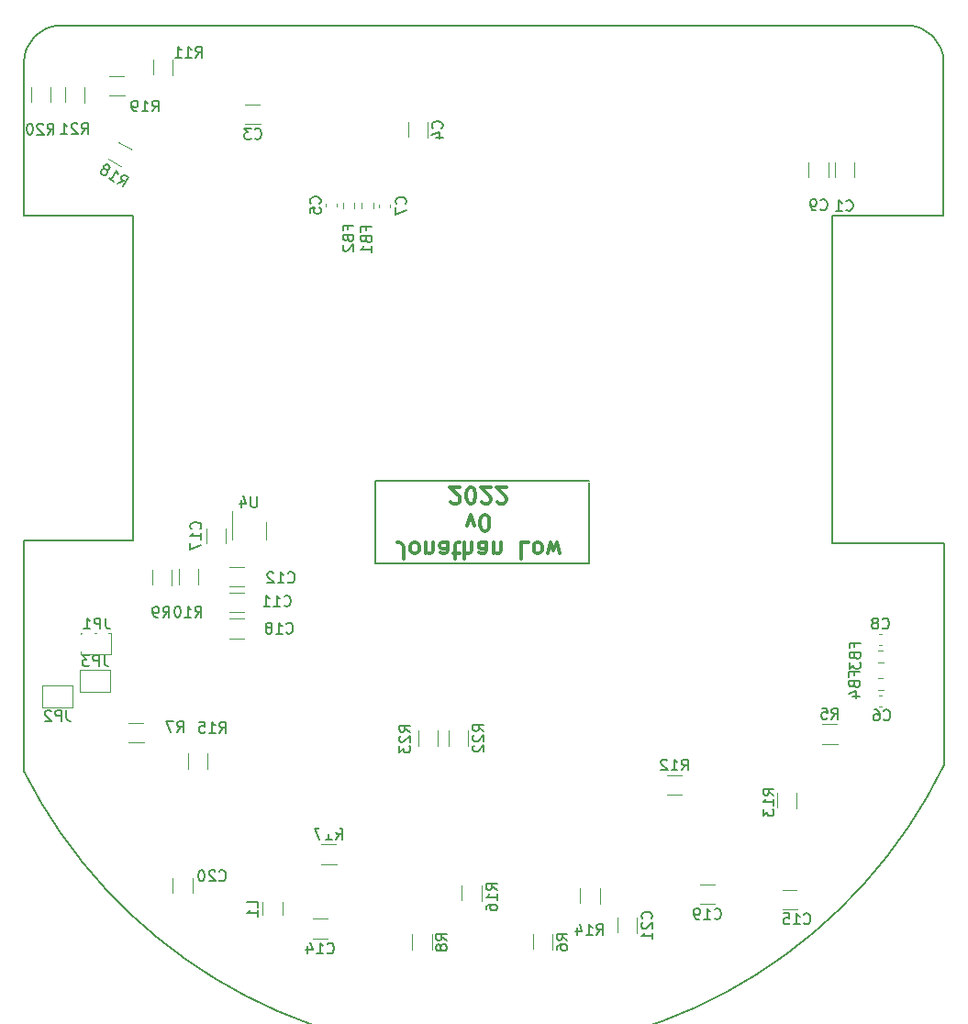
<source format=gbo>
G04 #@! TF.GenerationSoftware,KiCad,Pcbnew,(5.1.12-1-10_14)*
G04 #@! TF.CreationDate,2022-11-01T19:03:59-07:00*
G04 #@! TF.ProjectId,mouse_v2_PAIN,6d6f7573-655f-4763-925f-5041494e2e6b,rev?*
G04 #@! TF.SameCoordinates,Original*
G04 #@! TF.FileFunction,Legend,Bot*
G04 #@! TF.FilePolarity,Positive*
%FSLAX46Y46*%
G04 Gerber Fmt 4.6, Leading zero omitted, Abs format (unit mm)*
G04 Created by KiCad (PCBNEW (5.1.12-1-10_14)) date 2022-11-01 19:03:59*
%MOMM*%
%LPD*%
G01*
G04 APERTURE LIST*
%ADD10C,0.300000*%
G04 #@! TA.AperFunction,Profile*
%ADD11C,0.150000*%
G04 #@! TD*
%ADD12C,0.200000*%
%ADD13C,0.120000*%
%ADD14C,0.150000*%
%ADD15O,2.100000X2.100000*%
%ADD16C,2.600000*%
%ADD17C,2.400000*%
%ADD18C,2.000000*%
%ADD19O,1.400000X1.400000*%
%ADD20C,1.700000*%
%ADD21C,3.400000*%
%ADD22C,2.100000*%
%ADD23O,2.000000X2.000000*%
%ADD24C,2.584400*%
%ADD25C,2.200000*%
%ADD26O,1.750000X1.750000*%
%ADD27C,1.924000*%
G04 APERTURE END LIST*
D10*
X152685028Y-103853828D02*
X152685028Y-102782400D01*
X152613600Y-102568114D01*
X152470742Y-102425257D01*
X152256457Y-102353828D01*
X152113600Y-102353828D01*
X153613600Y-102353828D02*
X153470742Y-102425257D01*
X153399314Y-102496685D01*
X153327885Y-102639542D01*
X153327885Y-103068114D01*
X153399314Y-103210971D01*
X153470742Y-103282400D01*
X153613600Y-103353828D01*
X153827885Y-103353828D01*
X153970742Y-103282400D01*
X154042171Y-103210971D01*
X154113600Y-103068114D01*
X154113600Y-102639542D01*
X154042171Y-102496685D01*
X153970742Y-102425257D01*
X153827885Y-102353828D01*
X153613600Y-102353828D01*
X154756457Y-103353828D02*
X154756457Y-102353828D01*
X154756457Y-103210971D02*
X154827885Y-103282400D01*
X154970742Y-103353828D01*
X155185028Y-103353828D01*
X155327885Y-103282400D01*
X155399314Y-103139542D01*
X155399314Y-102353828D01*
X156756457Y-102353828D02*
X156756457Y-103139542D01*
X156685028Y-103282400D01*
X156542171Y-103353828D01*
X156256457Y-103353828D01*
X156113599Y-103282400D01*
X156756457Y-102425257D02*
X156613599Y-102353828D01*
X156256457Y-102353828D01*
X156113599Y-102425257D01*
X156042171Y-102568114D01*
X156042171Y-102710971D01*
X156113599Y-102853828D01*
X156256457Y-102925257D01*
X156613599Y-102925257D01*
X156756457Y-102996685D01*
X157256457Y-103353828D02*
X157827885Y-103353828D01*
X157470742Y-103853828D02*
X157470742Y-102568114D01*
X157542171Y-102425257D01*
X157685028Y-102353828D01*
X157827885Y-102353828D01*
X158327885Y-102353828D02*
X158327885Y-103853828D01*
X158970742Y-102353828D02*
X158970742Y-103139542D01*
X158899314Y-103282400D01*
X158756457Y-103353828D01*
X158542171Y-103353828D01*
X158399314Y-103282400D01*
X158327885Y-103210971D01*
X160327885Y-102353828D02*
X160327885Y-103139542D01*
X160256457Y-103282400D01*
X160113599Y-103353828D01*
X159827885Y-103353828D01*
X159685028Y-103282400D01*
X160327885Y-102425257D02*
X160185028Y-102353828D01*
X159827885Y-102353828D01*
X159685028Y-102425257D01*
X159613599Y-102568114D01*
X159613599Y-102710971D01*
X159685028Y-102853828D01*
X159827885Y-102925257D01*
X160185028Y-102925257D01*
X160327885Y-102996685D01*
X161042171Y-103353828D02*
X161042171Y-102353828D01*
X161042171Y-103210971D02*
X161113599Y-103282400D01*
X161256457Y-103353828D01*
X161470742Y-103353828D01*
X161613599Y-103282400D01*
X161685028Y-103139542D01*
X161685028Y-102353828D01*
X164256457Y-102353828D02*
X163542171Y-102353828D01*
X163542171Y-103853828D01*
X164970742Y-102353828D02*
X164827885Y-102425257D01*
X164756457Y-102496685D01*
X164685028Y-102639542D01*
X164685028Y-103068114D01*
X164756457Y-103210971D01*
X164827885Y-103282400D01*
X164970742Y-103353828D01*
X165185028Y-103353828D01*
X165327885Y-103282400D01*
X165399314Y-103210971D01*
X165470742Y-103068114D01*
X165470742Y-102639542D01*
X165399314Y-102496685D01*
X165327885Y-102425257D01*
X165185028Y-102353828D01*
X164970742Y-102353828D01*
X165970742Y-103353828D02*
X166256457Y-102353828D01*
X166542171Y-103068114D01*
X166827885Y-102353828D01*
X167113599Y-103353828D01*
X158542171Y-100803828D02*
X158899314Y-99803828D01*
X159256457Y-100803828D01*
X160113600Y-101303828D02*
X160256457Y-101303828D01*
X160399314Y-101232400D01*
X160470742Y-101160971D01*
X160542171Y-101018114D01*
X160613600Y-100732400D01*
X160613600Y-100375257D01*
X160542171Y-100089542D01*
X160470742Y-99946685D01*
X160399314Y-99875257D01*
X160256457Y-99803828D01*
X160113600Y-99803828D01*
X159970742Y-99875257D01*
X159899314Y-99946685D01*
X159827885Y-100089542D01*
X159756457Y-100375257D01*
X159756457Y-100732400D01*
X159827885Y-101018114D01*
X159899314Y-101160971D01*
X159970742Y-101232400D01*
X160113600Y-101303828D01*
X157042171Y-98610971D02*
X157113600Y-98682400D01*
X157256457Y-98753828D01*
X157613600Y-98753828D01*
X157756457Y-98682400D01*
X157827885Y-98610971D01*
X157899314Y-98468114D01*
X157899314Y-98325257D01*
X157827885Y-98110971D01*
X156970742Y-97253828D01*
X157899314Y-97253828D01*
X158827885Y-98753828D02*
X158970742Y-98753828D01*
X159113600Y-98682400D01*
X159185028Y-98610971D01*
X159256457Y-98468114D01*
X159327885Y-98182400D01*
X159327885Y-97825257D01*
X159256457Y-97539542D01*
X159185028Y-97396685D01*
X159113600Y-97325257D01*
X158970742Y-97253828D01*
X158827885Y-97253828D01*
X158685028Y-97325257D01*
X158613600Y-97396685D01*
X158542171Y-97539542D01*
X158470742Y-97825257D01*
X158470742Y-98182400D01*
X158542171Y-98468114D01*
X158613600Y-98610971D01*
X158685028Y-98682400D01*
X158827885Y-98753828D01*
X159899314Y-98610971D02*
X159970742Y-98682400D01*
X160113600Y-98753828D01*
X160470742Y-98753828D01*
X160613600Y-98682400D01*
X160685028Y-98610971D01*
X160756457Y-98468114D01*
X160756457Y-98325257D01*
X160685028Y-98110971D01*
X159827885Y-97253828D01*
X160756457Y-97253828D01*
X161327885Y-98610971D02*
X161399314Y-98682400D01*
X161542171Y-98753828D01*
X161899314Y-98753828D01*
X162042171Y-98682400D01*
X162113600Y-98610971D01*
X162185028Y-98468114D01*
X162185028Y-98325257D01*
X162113600Y-98110971D01*
X161256457Y-97253828D01*
X162185028Y-97253828D01*
D11*
X202570805Y-122880473D02*
X202562460Y-102412800D01*
X117662960Y-123477020D02*
X117652800Y-102158800D01*
D12*
X150088600Y-104292400D02*
X150088600Y-96672400D01*
X169773600Y-104292400D02*
X150073360Y-104292400D01*
X169773600Y-96827340D02*
X169773600Y-104292400D01*
X150088600Y-96672400D02*
X169809160Y-96659700D01*
D11*
X117667417Y-58036462D02*
G75*
G02*
X120972580Y-54653180I3371202J12703D01*
G01*
X199156316Y-54647889D02*
G75*
G02*
X202521820Y-57980580I-5075J-3370790D01*
G01*
X117678200Y-72212200D02*
X117668040Y-58036460D01*
X202514200Y-72212200D02*
X202521820Y-57980580D01*
X117678200Y-72212200D02*
X127711200Y-72212200D01*
X192227200Y-72212200D02*
X202514200Y-72212200D01*
X202562460Y-102412800D02*
X192227200Y-102412800D01*
X117652800Y-102158800D02*
X127711200Y-102158800D01*
X202570804Y-122880472D02*
G75*
G02*
X117662960Y-123477020I-42601604J20721672D01*
G01*
X192227200Y-72212200D02*
X192227200Y-102412800D01*
X120972580Y-54653180D02*
X199156320Y-54645560D01*
X127711200Y-102158800D02*
X127711200Y-72212200D01*
D13*
X126990464Y-59313400D02*
X125536336Y-59313400D01*
X126990464Y-61133400D02*
X125536336Y-61133400D01*
X120137600Y-60309136D02*
X120137600Y-61763264D01*
X118317600Y-60309136D02*
X118317600Y-61763264D01*
X121441800Y-60333936D02*
X121441800Y-61788064D01*
X123261800Y-60333936D02*
X123261800Y-61788064D01*
X138074348Y-63749600D02*
X139496852Y-63749600D01*
X138074348Y-61929600D02*
X139496852Y-61929600D01*
X154910200Y-64998652D02*
X154910200Y-63576148D01*
X153090200Y-64998652D02*
X153090200Y-63576148D01*
X145514600Y-71100733D02*
X145514600Y-71393267D01*
X146534600Y-71100733D02*
X146534600Y-71393267D01*
X196869267Y-116482400D02*
X196576733Y-116482400D01*
X196869267Y-117502400D02*
X196576733Y-117502400D01*
X151462200Y-71176933D02*
X151462200Y-71469467D01*
X150442200Y-71176933D02*
X150442200Y-71469467D01*
X196843867Y-111812800D02*
X196551333Y-111812800D01*
X196843867Y-110792800D02*
X196551333Y-110792800D01*
X148829500Y-71552524D02*
X148829500Y-71043076D01*
X149874500Y-71552524D02*
X149874500Y-71043076D01*
X147127700Y-71043076D02*
X147127700Y-71552524D01*
X148172700Y-71043076D02*
X148172700Y-71552524D01*
X196442876Y-112355100D02*
X196952324Y-112355100D01*
X196442876Y-113400100D02*
X196952324Y-113400100D01*
X196952324Y-114895100D02*
X196442876Y-114895100D01*
X196952324Y-115940100D02*
X196442876Y-115940100D01*
X122882200Y-110683800D02*
X122882200Y-112683800D01*
X125682200Y-110683800D02*
X122882200Y-110683800D01*
X125682200Y-112683800D02*
X125682200Y-110683800D01*
X122882200Y-112683800D02*
X125682200Y-112683800D01*
X119351600Y-115586000D02*
X119351600Y-117586000D01*
X122151600Y-115586000D02*
X119351600Y-115586000D01*
X122151600Y-117586000D02*
X122151600Y-115586000D01*
X119351600Y-117586000D02*
X122151600Y-117586000D01*
X125631400Y-114112800D02*
X122831400Y-114112800D01*
X122831400Y-114112800D02*
X122831400Y-116112800D01*
X122831400Y-116112800D02*
X125631400Y-116112800D01*
X125631400Y-116112800D02*
X125631400Y-114112800D01*
X192751064Y-120925000D02*
X191296936Y-120925000D01*
X192751064Y-119105000D02*
X191296936Y-119105000D01*
X164621800Y-139944464D02*
X164621800Y-138490336D01*
X166441800Y-139944464D02*
X166441800Y-138490336D01*
X127288936Y-119003400D02*
X128743064Y-119003400D01*
X127288936Y-120823400D02*
X128743064Y-120823400D01*
X155316600Y-139969864D02*
X155316600Y-138515736D01*
X153496600Y-139969864D02*
X153496600Y-138515736D01*
X129468200Y-106314864D02*
X129468200Y-104860736D01*
X131288200Y-106314864D02*
X131288200Y-104860736D01*
X133752000Y-106289464D02*
X133752000Y-104835336D01*
X131932000Y-106289464D02*
X131932000Y-104835336D01*
X129569800Y-59248664D02*
X129569800Y-57794536D01*
X131389800Y-59248664D02*
X131389800Y-57794536D01*
X188946200Y-126888864D02*
X188946200Y-125434736D01*
X187126200Y-126888864D02*
X187126200Y-125434736D01*
X168965200Y-134223136D02*
X168965200Y-135677264D01*
X170785200Y-134223136D02*
X170785200Y-135677264D01*
X132795600Y-121827936D02*
X132795600Y-123282064D01*
X134615600Y-121827936D02*
X134615600Y-123282064D01*
X158043200Y-133994536D02*
X158043200Y-135448664D01*
X159863200Y-133994536D02*
X159863200Y-135448664D01*
X146523064Y-132050200D02*
X145068936Y-132050200D01*
X146523064Y-130230200D02*
X145068936Y-130230200D01*
X127627456Y-66123449D02*
X126368144Y-65396385D01*
X126717456Y-67699615D02*
X125458144Y-66972551D01*
X158644000Y-119719736D02*
X158644000Y-121173864D01*
X156824000Y-119719736D02*
X156824000Y-121173864D01*
X155850000Y-121173864D02*
X155850000Y-119719736D01*
X154030000Y-121173864D02*
X154030000Y-119719736D01*
X190047200Y-67259148D02*
X190047200Y-68681652D01*
X191867200Y-67259148D02*
X191867200Y-68681652D01*
X136601148Y-108783800D02*
X138023652Y-108783800D01*
X136601148Y-106963800D02*
X138023652Y-106963800D01*
X136601148Y-104601600D02*
X138023652Y-104601600D01*
X136601148Y-106421600D02*
X138023652Y-106421600D01*
X139964600Y-101295200D02*
X139964600Y-102095200D01*
X139964600Y-101295200D02*
X139964600Y-100495200D01*
X136844600Y-101295200D02*
X136844600Y-102095200D01*
X136844600Y-101295200D02*
X136844600Y-99495200D01*
X136317400Y-101028848D02*
X136317400Y-102451352D01*
X134497400Y-101028848D02*
X134497400Y-102451352D01*
X136575748Y-111196800D02*
X137998252Y-111196800D01*
X136575748Y-109376800D02*
X137998252Y-109376800D01*
X180009748Y-133913200D02*
X181432252Y-133913200D01*
X180009748Y-135733200D02*
X181432252Y-135733200D01*
X178425464Y-125649400D02*
X176971336Y-125649400D01*
X178425464Y-123829400D02*
X176971336Y-123829400D01*
X194305600Y-68681652D02*
X194305600Y-67259148D01*
X192485600Y-68681652D02*
X192485600Y-67259148D01*
X141524400Y-135567336D02*
X141524400Y-136771464D01*
X139704400Y-135567336D02*
X139704400Y-136771464D01*
X144284248Y-137088200D02*
X145706752Y-137088200D01*
X144284248Y-138908200D02*
X145706752Y-138908200D01*
X189052252Y-134395800D02*
X187629748Y-134395800D01*
X189052252Y-136215800D02*
X187629748Y-136215800D01*
X131398600Y-134721652D02*
X131398600Y-133299148D01*
X133218600Y-134721652D02*
X133218600Y-133299148D01*
X174239600Y-138404652D02*
X174239600Y-136982148D01*
X172419600Y-138404652D02*
X172419600Y-136982148D01*
D14*
X129497057Y-62580780D02*
X129830390Y-62104590D01*
X130068485Y-62580780D02*
X130068485Y-61580780D01*
X129687533Y-61580780D01*
X129592295Y-61628400D01*
X129544676Y-61676019D01*
X129497057Y-61771257D01*
X129497057Y-61914114D01*
X129544676Y-62009352D01*
X129592295Y-62056971D01*
X129687533Y-62104590D01*
X130068485Y-62104590D01*
X128544676Y-62580780D02*
X129116104Y-62580780D01*
X128830390Y-62580780D02*
X128830390Y-61580780D01*
X128925628Y-61723638D01*
X129020866Y-61818876D01*
X129116104Y-61866495D01*
X128068485Y-62580780D02*
X127878009Y-62580780D01*
X127782771Y-62533161D01*
X127735152Y-62485542D01*
X127639914Y-62342685D01*
X127592295Y-62152209D01*
X127592295Y-61771257D01*
X127639914Y-61676019D01*
X127687533Y-61628400D01*
X127782771Y-61580780D01*
X127973247Y-61580780D01*
X128068485Y-61628400D01*
X128116104Y-61676019D01*
X128163723Y-61771257D01*
X128163723Y-62009352D01*
X128116104Y-62104590D01*
X128068485Y-62152209D01*
X127973247Y-62199828D01*
X127782771Y-62199828D01*
X127687533Y-62152209D01*
X127639914Y-62104590D01*
X127592295Y-62009352D01*
X119819657Y-64714380D02*
X120152990Y-64238190D01*
X120391085Y-64714380D02*
X120391085Y-63714380D01*
X120010133Y-63714380D01*
X119914895Y-63762000D01*
X119867276Y-63809619D01*
X119819657Y-63904857D01*
X119819657Y-64047714D01*
X119867276Y-64142952D01*
X119914895Y-64190571D01*
X120010133Y-64238190D01*
X120391085Y-64238190D01*
X119438704Y-63809619D02*
X119391085Y-63762000D01*
X119295847Y-63714380D01*
X119057752Y-63714380D01*
X118962514Y-63762000D01*
X118914895Y-63809619D01*
X118867276Y-63904857D01*
X118867276Y-64000095D01*
X118914895Y-64142952D01*
X119486323Y-64714380D01*
X118867276Y-64714380D01*
X118248228Y-63714380D02*
X118152990Y-63714380D01*
X118057752Y-63762000D01*
X118010133Y-63809619D01*
X117962514Y-63904857D01*
X117914895Y-64095333D01*
X117914895Y-64333428D01*
X117962514Y-64523904D01*
X118010133Y-64619142D01*
X118057752Y-64666761D01*
X118152990Y-64714380D01*
X118248228Y-64714380D01*
X118343466Y-64666761D01*
X118391085Y-64619142D01*
X118438704Y-64523904D01*
X118486323Y-64333428D01*
X118486323Y-64095333D01*
X118438704Y-63904857D01*
X118391085Y-63809619D01*
X118343466Y-63762000D01*
X118248228Y-63714380D01*
X122969257Y-64663580D02*
X123302590Y-64187390D01*
X123540685Y-64663580D02*
X123540685Y-63663580D01*
X123159733Y-63663580D01*
X123064495Y-63711200D01*
X123016876Y-63758819D01*
X122969257Y-63854057D01*
X122969257Y-63996914D01*
X123016876Y-64092152D01*
X123064495Y-64139771D01*
X123159733Y-64187390D01*
X123540685Y-64187390D01*
X122588304Y-63758819D02*
X122540685Y-63711200D01*
X122445447Y-63663580D01*
X122207352Y-63663580D01*
X122112114Y-63711200D01*
X122064495Y-63758819D01*
X122016876Y-63854057D01*
X122016876Y-63949295D01*
X122064495Y-64092152D01*
X122635923Y-64663580D01*
X122016876Y-64663580D01*
X121064495Y-64663580D02*
X121635923Y-64663580D01*
X121350209Y-64663580D02*
X121350209Y-63663580D01*
X121445447Y-63806438D01*
X121540685Y-63901676D01*
X121635923Y-63949295D01*
X138952266Y-65046742D02*
X138999885Y-65094361D01*
X139142742Y-65141980D01*
X139237980Y-65141980D01*
X139380838Y-65094361D01*
X139476076Y-64999123D01*
X139523695Y-64903885D01*
X139571314Y-64713409D01*
X139571314Y-64570552D01*
X139523695Y-64380076D01*
X139476076Y-64284838D01*
X139380838Y-64189600D01*
X139237980Y-64141980D01*
X139142742Y-64141980D01*
X138999885Y-64189600D01*
X138952266Y-64237219D01*
X138618933Y-64141980D02*
X137999885Y-64141980D01*
X138333219Y-64522933D01*
X138190361Y-64522933D01*
X138095123Y-64570552D01*
X138047504Y-64618171D01*
X137999885Y-64713409D01*
X137999885Y-64951504D01*
X138047504Y-65046742D01*
X138095123Y-65094361D01*
X138190361Y-65141980D01*
X138476076Y-65141980D01*
X138571314Y-65094361D01*
X138618933Y-65046742D01*
X156207342Y-64120733D02*
X156254961Y-64073114D01*
X156302580Y-63930257D01*
X156302580Y-63835019D01*
X156254961Y-63692161D01*
X156159723Y-63596923D01*
X156064485Y-63549304D01*
X155874009Y-63501685D01*
X155731152Y-63501685D01*
X155540676Y-63549304D01*
X155445438Y-63596923D01*
X155350200Y-63692161D01*
X155302580Y-63835019D01*
X155302580Y-63930257D01*
X155350200Y-64073114D01*
X155397819Y-64120733D01*
X155635914Y-64977876D02*
X156302580Y-64977876D01*
X155254961Y-64739780D02*
X155969247Y-64501685D01*
X155969247Y-65120733D01*
X144951742Y-71080333D02*
X144999361Y-71032714D01*
X145046980Y-70889857D01*
X145046980Y-70794619D01*
X144999361Y-70651761D01*
X144904123Y-70556523D01*
X144808885Y-70508904D01*
X144618409Y-70461285D01*
X144475552Y-70461285D01*
X144285076Y-70508904D01*
X144189838Y-70556523D01*
X144094600Y-70651761D01*
X144046980Y-70794619D01*
X144046980Y-70889857D01*
X144094600Y-71032714D01*
X144142219Y-71080333D01*
X144046980Y-71985095D02*
X144046980Y-71508904D01*
X144523171Y-71461285D01*
X144475552Y-71508904D01*
X144427933Y-71604142D01*
X144427933Y-71842238D01*
X144475552Y-71937476D01*
X144523171Y-71985095D01*
X144618409Y-72032714D01*
X144856504Y-72032714D01*
X144951742Y-71985095D01*
X144999361Y-71937476D01*
X145046980Y-71842238D01*
X145046980Y-71604142D01*
X144999361Y-71508904D01*
X144951742Y-71461285D01*
X196991266Y-118695742D02*
X197038885Y-118743361D01*
X197181742Y-118790980D01*
X197276980Y-118790980D01*
X197419838Y-118743361D01*
X197515076Y-118648123D01*
X197562695Y-118552885D01*
X197610314Y-118362409D01*
X197610314Y-118219552D01*
X197562695Y-118029076D01*
X197515076Y-117933838D01*
X197419838Y-117838600D01*
X197276980Y-117790980D01*
X197181742Y-117790980D01*
X197038885Y-117838600D01*
X196991266Y-117886219D01*
X196134123Y-117790980D02*
X196324600Y-117790980D01*
X196419838Y-117838600D01*
X196467457Y-117886219D01*
X196562695Y-118029076D01*
X196610314Y-118219552D01*
X196610314Y-118600504D01*
X196562695Y-118695742D01*
X196515076Y-118743361D01*
X196419838Y-118790980D01*
X196229361Y-118790980D01*
X196134123Y-118743361D01*
X196086504Y-118695742D01*
X196038885Y-118600504D01*
X196038885Y-118362409D01*
X196086504Y-118267171D01*
X196134123Y-118219552D01*
X196229361Y-118171933D01*
X196419838Y-118171933D01*
X196515076Y-118219552D01*
X196562695Y-118267171D01*
X196610314Y-118362409D01*
X152858742Y-71105733D02*
X152906361Y-71058114D01*
X152953980Y-70915257D01*
X152953980Y-70820019D01*
X152906361Y-70677161D01*
X152811123Y-70581923D01*
X152715885Y-70534304D01*
X152525409Y-70486685D01*
X152382552Y-70486685D01*
X152192076Y-70534304D01*
X152096838Y-70581923D01*
X152001600Y-70677161D01*
X151953980Y-70820019D01*
X151953980Y-70915257D01*
X152001600Y-71058114D01*
X152049219Y-71105733D01*
X151953980Y-71439066D02*
X151953980Y-72105733D01*
X152953980Y-71677161D01*
X196864266Y-110229942D02*
X196911885Y-110277561D01*
X197054742Y-110325180D01*
X197149980Y-110325180D01*
X197292838Y-110277561D01*
X197388076Y-110182323D01*
X197435695Y-110087085D01*
X197483314Y-109896609D01*
X197483314Y-109753752D01*
X197435695Y-109563276D01*
X197388076Y-109468038D01*
X197292838Y-109372800D01*
X197149980Y-109325180D01*
X197054742Y-109325180D01*
X196911885Y-109372800D01*
X196864266Y-109420419D01*
X196292838Y-109753752D02*
X196388076Y-109706133D01*
X196435695Y-109658514D01*
X196483314Y-109563276D01*
X196483314Y-109515657D01*
X196435695Y-109420419D01*
X196388076Y-109372800D01*
X196292838Y-109325180D01*
X196102361Y-109325180D01*
X196007123Y-109372800D01*
X195959504Y-109420419D01*
X195911885Y-109515657D01*
X195911885Y-109563276D01*
X195959504Y-109658514D01*
X196007123Y-109706133D01*
X196102361Y-109753752D01*
X196292838Y-109753752D01*
X196388076Y-109801371D01*
X196435695Y-109848990D01*
X196483314Y-109944228D01*
X196483314Y-110134704D01*
X196435695Y-110229942D01*
X196388076Y-110277561D01*
X196292838Y-110325180D01*
X196102361Y-110325180D01*
X196007123Y-110277561D01*
X195959504Y-110229942D01*
X195911885Y-110134704D01*
X195911885Y-109944228D01*
X195959504Y-109848990D01*
X196007123Y-109801371D01*
X196102361Y-109753752D01*
X149229771Y-73537866D02*
X149229771Y-73204533D01*
X149753580Y-73204533D02*
X148753580Y-73204533D01*
X148753580Y-73680723D01*
X149229771Y-74395009D02*
X149277390Y-74537866D01*
X149325009Y-74585485D01*
X149420247Y-74633104D01*
X149563104Y-74633104D01*
X149658342Y-74585485D01*
X149705961Y-74537866D01*
X149753580Y-74442628D01*
X149753580Y-74061676D01*
X148753580Y-74061676D01*
X148753580Y-74395009D01*
X148801200Y-74490247D01*
X148848819Y-74537866D01*
X148944057Y-74585485D01*
X149039295Y-74585485D01*
X149134533Y-74537866D01*
X149182152Y-74490247D01*
X149229771Y-74395009D01*
X149229771Y-74061676D01*
X149753580Y-75585485D02*
X149753580Y-75014057D01*
X149753580Y-75299771D02*
X148753580Y-75299771D01*
X148896438Y-75204533D01*
X148991676Y-75109295D01*
X149039295Y-75014057D01*
X147553371Y-73436266D02*
X147553371Y-73102933D01*
X148077180Y-73102933D02*
X147077180Y-73102933D01*
X147077180Y-73579123D01*
X147553371Y-74293409D02*
X147600990Y-74436266D01*
X147648609Y-74483885D01*
X147743847Y-74531504D01*
X147886704Y-74531504D01*
X147981942Y-74483885D01*
X148029561Y-74436266D01*
X148077180Y-74341028D01*
X148077180Y-73960076D01*
X147077180Y-73960076D01*
X147077180Y-74293409D01*
X147124800Y-74388647D01*
X147172419Y-74436266D01*
X147267657Y-74483885D01*
X147362895Y-74483885D01*
X147458133Y-74436266D01*
X147505752Y-74388647D01*
X147553371Y-74293409D01*
X147553371Y-73960076D01*
X147172419Y-74912457D02*
X147124800Y-74960076D01*
X147077180Y-75055314D01*
X147077180Y-75293409D01*
X147124800Y-75388647D01*
X147172419Y-75436266D01*
X147267657Y-75483885D01*
X147362895Y-75483885D01*
X147505752Y-75436266D01*
X148077180Y-74864838D01*
X148077180Y-75483885D01*
X194314771Y-111968066D02*
X194314771Y-111634733D01*
X194838580Y-111634733D02*
X193838580Y-111634733D01*
X193838580Y-112110923D01*
X194314771Y-112825209D02*
X194362390Y-112968066D01*
X194410009Y-113015685D01*
X194505247Y-113063304D01*
X194648104Y-113063304D01*
X194743342Y-113015685D01*
X194790961Y-112968066D01*
X194838580Y-112872828D01*
X194838580Y-112491876D01*
X193838580Y-112491876D01*
X193838580Y-112825209D01*
X193886200Y-112920447D01*
X193933819Y-112968066D01*
X194029057Y-113015685D01*
X194124295Y-113015685D01*
X194219533Y-112968066D01*
X194267152Y-112920447D01*
X194314771Y-112825209D01*
X194314771Y-112491876D01*
X193838580Y-113396638D02*
X193838580Y-114015685D01*
X194219533Y-113682352D01*
X194219533Y-113825209D01*
X194267152Y-113920447D01*
X194314771Y-113968066D01*
X194410009Y-114015685D01*
X194648104Y-114015685D01*
X194743342Y-113968066D01*
X194790961Y-113920447D01*
X194838580Y-113825209D01*
X194838580Y-113539495D01*
X194790961Y-113444257D01*
X194743342Y-113396638D01*
X194263971Y-114609666D02*
X194263971Y-114276333D01*
X194787780Y-114276333D02*
X193787780Y-114276333D01*
X193787780Y-114752523D01*
X194263971Y-115466809D02*
X194311590Y-115609666D01*
X194359209Y-115657285D01*
X194454447Y-115704904D01*
X194597304Y-115704904D01*
X194692542Y-115657285D01*
X194740161Y-115609666D01*
X194787780Y-115514428D01*
X194787780Y-115133476D01*
X193787780Y-115133476D01*
X193787780Y-115466809D01*
X193835400Y-115562047D01*
X193883019Y-115609666D01*
X193978257Y-115657285D01*
X194073495Y-115657285D01*
X194168733Y-115609666D01*
X194216352Y-115562047D01*
X194263971Y-115466809D01*
X194263971Y-115133476D01*
X194121114Y-116562047D02*
X194787780Y-116562047D01*
X193740161Y-116323952D02*
X194454447Y-116085857D01*
X194454447Y-116704904D01*
X125191733Y-109332780D02*
X125191733Y-110047066D01*
X125239352Y-110189923D01*
X125334590Y-110285161D01*
X125477447Y-110332780D01*
X125572685Y-110332780D01*
X124715542Y-110332780D02*
X124715542Y-109332780D01*
X124334590Y-109332780D01*
X124239352Y-109380400D01*
X124191733Y-109428019D01*
X124144114Y-109523257D01*
X124144114Y-109666114D01*
X124191733Y-109761352D01*
X124239352Y-109808971D01*
X124334590Y-109856590D01*
X124715542Y-109856590D01*
X123191733Y-110332780D02*
X123763161Y-110332780D01*
X123477447Y-110332780D02*
X123477447Y-109332780D01*
X123572685Y-109475638D01*
X123667923Y-109570876D01*
X123763161Y-109618495D01*
X121584933Y-117838380D02*
X121584933Y-118552666D01*
X121632552Y-118695523D01*
X121727790Y-118790761D01*
X121870647Y-118838380D01*
X121965885Y-118838380D01*
X121108742Y-118838380D02*
X121108742Y-117838380D01*
X120727790Y-117838380D01*
X120632552Y-117886000D01*
X120584933Y-117933619D01*
X120537314Y-118028857D01*
X120537314Y-118171714D01*
X120584933Y-118266952D01*
X120632552Y-118314571D01*
X120727790Y-118362190D01*
X121108742Y-118362190D01*
X120156361Y-117933619D02*
X120108742Y-117886000D01*
X120013504Y-117838380D01*
X119775409Y-117838380D01*
X119680171Y-117886000D01*
X119632552Y-117933619D01*
X119584933Y-118028857D01*
X119584933Y-118124095D01*
X119632552Y-118266952D01*
X120203980Y-118838380D01*
X119584933Y-118838380D01*
X125064733Y-112765180D02*
X125064733Y-113479466D01*
X125112352Y-113622323D01*
X125207590Y-113717561D01*
X125350447Y-113765180D01*
X125445685Y-113765180D01*
X124588542Y-113765180D02*
X124588542Y-112765180D01*
X124207590Y-112765180D01*
X124112352Y-112812800D01*
X124064733Y-112860419D01*
X124017114Y-112955657D01*
X124017114Y-113098514D01*
X124064733Y-113193752D01*
X124112352Y-113241371D01*
X124207590Y-113288990D01*
X124588542Y-113288990D01*
X123683780Y-112765180D02*
X123064733Y-112765180D01*
X123398066Y-113146133D01*
X123255209Y-113146133D01*
X123159971Y-113193752D01*
X123112352Y-113241371D01*
X123064733Y-113336609D01*
X123064733Y-113574704D01*
X123112352Y-113669942D01*
X123159971Y-113717561D01*
X123255209Y-113765180D01*
X123540923Y-113765180D01*
X123636161Y-113717561D01*
X123683780Y-113669942D01*
X192190666Y-118647380D02*
X192524000Y-118171190D01*
X192762095Y-118647380D02*
X192762095Y-117647380D01*
X192381142Y-117647380D01*
X192285904Y-117695000D01*
X192238285Y-117742619D01*
X192190666Y-117837857D01*
X192190666Y-117980714D01*
X192238285Y-118075952D01*
X192285904Y-118123571D01*
X192381142Y-118171190D01*
X192762095Y-118171190D01*
X191285904Y-117647380D02*
X191762095Y-117647380D01*
X191809714Y-118123571D01*
X191762095Y-118075952D01*
X191666857Y-118028333D01*
X191428761Y-118028333D01*
X191333523Y-118075952D01*
X191285904Y-118123571D01*
X191238285Y-118218809D01*
X191238285Y-118456904D01*
X191285904Y-118552142D01*
X191333523Y-118599761D01*
X191428761Y-118647380D01*
X191666857Y-118647380D01*
X191762095Y-118599761D01*
X191809714Y-118552142D01*
X167804180Y-139050733D02*
X167327990Y-138717400D01*
X167804180Y-138479304D02*
X166804180Y-138479304D01*
X166804180Y-138860257D01*
X166851800Y-138955495D01*
X166899419Y-139003114D01*
X166994657Y-139050733D01*
X167137514Y-139050733D01*
X167232752Y-139003114D01*
X167280371Y-138955495D01*
X167327990Y-138860257D01*
X167327990Y-138479304D01*
X166804180Y-139907876D02*
X166804180Y-139717400D01*
X166851800Y-139622161D01*
X166899419Y-139574542D01*
X167042276Y-139479304D01*
X167232752Y-139431685D01*
X167613704Y-139431685D01*
X167708942Y-139479304D01*
X167756561Y-139526923D01*
X167804180Y-139622161D01*
X167804180Y-139812638D01*
X167756561Y-139907876D01*
X167708942Y-139955495D01*
X167613704Y-140003114D01*
X167375609Y-140003114D01*
X167280371Y-139955495D01*
X167232752Y-139907876D01*
X167185133Y-139812638D01*
X167185133Y-139622161D01*
X167232752Y-139526923D01*
X167280371Y-139479304D01*
X167375609Y-139431685D01*
X131789466Y-119857780D02*
X132122800Y-119381590D01*
X132360895Y-119857780D02*
X132360895Y-118857780D01*
X131979942Y-118857780D01*
X131884704Y-118905400D01*
X131837085Y-118953019D01*
X131789466Y-119048257D01*
X131789466Y-119191114D01*
X131837085Y-119286352D01*
X131884704Y-119333971D01*
X131979942Y-119381590D01*
X132360895Y-119381590D01*
X131456133Y-118857780D02*
X130789466Y-118857780D01*
X131218038Y-119857780D01*
X156678980Y-139076133D02*
X156202790Y-138742800D01*
X156678980Y-138504704D02*
X155678980Y-138504704D01*
X155678980Y-138885657D01*
X155726600Y-138980895D01*
X155774219Y-139028514D01*
X155869457Y-139076133D01*
X156012314Y-139076133D01*
X156107552Y-139028514D01*
X156155171Y-138980895D01*
X156202790Y-138885657D01*
X156202790Y-138504704D01*
X156107552Y-139647561D02*
X156059933Y-139552323D01*
X156012314Y-139504704D01*
X155917076Y-139457085D01*
X155869457Y-139457085D01*
X155774219Y-139504704D01*
X155726600Y-139552323D01*
X155678980Y-139647561D01*
X155678980Y-139838038D01*
X155726600Y-139933276D01*
X155774219Y-139980895D01*
X155869457Y-140028514D01*
X155917076Y-140028514D01*
X156012314Y-139980895D01*
X156059933Y-139933276D01*
X156107552Y-139838038D01*
X156107552Y-139647561D01*
X156155171Y-139552323D01*
X156202790Y-139504704D01*
X156298028Y-139457085D01*
X156488504Y-139457085D01*
X156583742Y-139504704D01*
X156631361Y-139552323D01*
X156678980Y-139647561D01*
X156678980Y-139838038D01*
X156631361Y-139933276D01*
X156583742Y-139980895D01*
X156488504Y-140028514D01*
X156298028Y-140028514D01*
X156202790Y-139980895D01*
X156155171Y-139933276D01*
X156107552Y-139838038D01*
X130494066Y-109265980D02*
X130827400Y-108789790D01*
X131065495Y-109265980D02*
X131065495Y-108265980D01*
X130684542Y-108265980D01*
X130589304Y-108313600D01*
X130541685Y-108361219D01*
X130494066Y-108456457D01*
X130494066Y-108599314D01*
X130541685Y-108694552D01*
X130589304Y-108742171D01*
X130684542Y-108789790D01*
X131065495Y-108789790D01*
X130017876Y-109265980D02*
X129827400Y-109265980D01*
X129732161Y-109218361D01*
X129684542Y-109170742D01*
X129589304Y-109027885D01*
X129541685Y-108837409D01*
X129541685Y-108456457D01*
X129589304Y-108361219D01*
X129636923Y-108313600D01*
X129732161Y-108265980D01*
X129922638Y-108265980D01*
X130017876Y-108313600D01*
X130065495Y-108361219D01*
X130113114Y-108456457D01*
X130113114Y-108694552D01*
X130065495Y-108789790D01*
X130017876Y-108837409D01*
X129922638Y-108885028D01*
X129732161Y-108885028D01*
X129636923Y-108837409D01*
X129589304Y-108789790D01*
X129541685Y-108694552D01*
X133459457Y-109240580D02*
X133792790Y-108764390D01*
X134030885Y-109240580D02*
X134030885Y-108240580D01*
X133649933Y-108240580D01*
X133554695Y-108288200D01*
X133507076Y-108335819D01*
X133459457Y-108431057D01*
X133459457Y-108573914D01*
X133507076Y-108669152D01*
X133554695Y-108716771D01*
X133649933Y-108764390D01*
X134030885Y-108764390D01*
X132507076Y-109240580D02*
X133078504Y-109240580D01*
X132792790Y-109240580D02*
X132792790Y-108240580D01*
X132888028Y-108383438D01*
X132983266Y-108478676D01*
X133078504Y-108526295D01*
X131888028Y-108240580D02*
X131792790Y-108240580D01*
X131697552Y-108288200D01*
X131649933Y-108335819D01*
X131602314Y-108431057D01*
X131554695Y-108621533D01*
X131554695Y-108859628D01*
X131602314Y-109050104D01*
X131649933Y-109145342D01*
X131697552Y-109192961D01*
X131792790Y-109240580D01*
X131888028Y-109240580D01*
X131983266Y-109192961D01*
X132030885Y-109145342D01*
X132078504Y-109050104D01*
X132126123Y-108859628D01*
X132126123Y-108621533D01*
X132078504Y-108431057D01*
X132030885Y-108335819D01*
X131983266Y-108288200D01*
X131888028Y-108240580D01*
X133510257Y-57602380D02*
X133843590Y-57126190D01*
X134081685Y-57602380D02*
X134081685Y-56602380D01*
X133700733Y-56602380D01*
X133605495Y-56650000D01*
X133557876Y-56697619D01*
X133510257Y-56792857D01*
X133510257Y-56935714D01*
X133557876Y-57030952D01*
X133605495Y-57078571D01*
X133700733Y-57126190D01*
X134081685Y-57126190D01*
X132557876Y-57602380D02*
X133129304Y-57602380D01*
X132843590Y-57602380D02*
X132843590Y-56602380D01*
X132938828Y-56745238D01*
X133034066Y-56840476D01*
X133129304Y-56888095D01*
X131605495Y-57602380D02*
X132176923Y-57602380D01*
X131891209Y-57602380D02*
X131891209Y-56602380D01*
X131986447Y-56745238D01*
X132081685Y-56840476D01*
X132176923Y-56888095D01*
X186862980Y-125671342D02*
X186386790Y-125338009D01*
X186862980Y-125099914D02*
X185862980Y-125099914D01*
X185862980Y-125480866D01*
X185910600Y-125576104D01*
X185958219Y-125623723D01*
X186053457Y-125671342D01*
X186196314Y-125671342D01*
X186291552Y-125623723D01*
X186339171Y-125576104D01*
X186386790Y-125480866D01*
X186386790Y-125099914D01*
X186862980Y-126623723D02*
X186862980Y-126052295D01*
X186862980Y-126338009D02*
X185862980Y-126338009D01*
X186005838Y-126242771D01*
X186101076Y-126147533D01*
X186148695Y-126052295D01*
X185862980Y-126957057D02*
X185862980Y-127576104D01*
X186243933Y-127242771D01*
X186243933Y-127385628D01*
X186291552Y-127480866D01*
X186339171Y-127528485D01*
X186434409Y-127576104D01*
X186672504Y-127576104D01*
X186767742Y-127528485D01*
X186815361Y-127480866D01*
X186862980Y-127385628D01*
X186862980Y-127099914D01*
X186815361Y-127004676D01*
X186767742Y-126957057D01*
X170492657Y-138577580D02*
X170825990Y-138101390D01*
X171064085Y-138577580D02*
X171064085Y-137577580D01*
X170683133Y-137577580D01*
X170587895Y-137625200D01*
X170540276Y-137672819D01*
X170492657Y-137768057D01*
X170492657Y-137910914D01*
X170540276Y-138006152D01*
X170587895Y-138053771D01*
X170683133Y-138101390D01*
X171064085Y-138101390D01*
X169540276Y-138577580D02*
X170111704Y-138577580D01*
X169825990Y-138577580D02*
X169825990Y-137577580D01*
X169921228Y-137720438D01*
X170016466Y-137815676D01*
X170111704Y-137863295D01*
X168683133Y-137910914D02*
X168683133Y-138577580D01*
X168921228Y-137529961D02*
X169159323Y-138244247D01*
X168540276Y-138244247D01*
X135694657Y-119908580D02*
X136027990Y-119432390D01*
X136266085Y-119908580D02*
X136266085Y-118908580D01*
X135885133Y-118908580D01*
X135789895Y-118956200D01*
X135742276Y-119003819D01*
X135694657Y-119099057D01*
X135694657Y-119241914D01*
X135742276Y-119337152D01*
X135789895Y-119384771D01*
X135885133Y-119432390D01*
X136266085Y-119432390D01*
X134742276Y-119908580D02*
X135313704Y-119908580D01*
X135027990Y-119908580D02*
X135027990Y-118908580D01*
X135123228Y-119051438D01*
X135218466Y-119146676D01*
X135313704Y-119194295D01*
X133837514Y-118908580D02*
X134313704Y-118908580D01*
X134361323Y-119384771D01*
X134313704Y-119337152D01*
X134218466Y-119289533D01*
X133980371Y-119289533D01*
X133885133Y-119337152D01*
X133837514Y-119384771D01*
X133789895Y-119480009D01*
X133789895Y-119718104D01*
X133837514Y-119813342D01*
X133885133Y-119860961D01*
X133980371Y-119908580D01*
X134218466Y-119908580D01*
X134313704Y-119860961D01*
X134361323Y-119813342D01*
X161310580Y-134408942D02*
X160834390Y-134075609D01*
X161310580Y-133837514D02*
X160310580Y-133837514D01*
X160310580Y-134218466D01*
X160358200Y-134313704D01*
X160405819Y-134361323D01*
X160501057Y-134408942D01*
X160643914Y-134408942D01*
X160739152Y-134361323D01*
X160786771Y-134313704D01*
X160834390Y-134218466D01*
X160834390Y-133837514D01*
X161310580Y-135361323D02*
X161310580Y-134789895D01*
X161310580Y-135075609D02*
X160310580Y-135075609D01*
X160453438Y-134980371D01*
X160548676Y-134885133D01*
X160596295Y-134789895D01*
X160310580Y-136218466D02*
X160310580Y-136027990D01*
X160358200Y-135932752D01*
X160405819Y-135885133D01*
X160548676Y-135789895D01*
X160739152Y-135742276D01*
X161120104Y-135742276D01*
X161215342Y-135789895D01*
X161262961Y-135837514D01*
X161310580Y-135932752D01*
X161310580Y-136123228D01*
X161262961Y-136218466D01*
X161215342Y-136266085D01*
X161120104Y-136313704D01*
X160882009Y-136313704D01*
X160786771Y-136266085D01*
X160739152Y-136218466D01*
X160691533Y-136123228D01*
X160691533Y-135932752D01*
X160739152Y-135837514D01*
X160786771Y-135789895D01*
X160882009Y-135742276D01*
X146438857Y-129772580D02*
X146772190Y-129296390D01*
X147010285Y-129772580D02*
X147010285Y-128772580D01*
X146629333Y-128772580D01*
X146534095Y-128820200D01*
X146486476Y-128867819D01*
X146438857Y-128963057D01*
X146438857Y-129105914D01*
X146486476Y-129201152D01*
X146534095Y-129248771D01*
X146629333Y-129296390D01*
X147010285Y-129296390D01*
X145486476Y-129772580D02*
X146057904Y-129772580D01*
X145772190Y-129772580D02*
X145772190Y-128772580D01*
X145867428Y-128915438D01*
X145962666Y-129010676D01*
X146057904Y-129058295D01*
X145153142Y-128772580D02*
X144486476Y-128772580D01*
X144915047Y-129772580D01*
X126314540Y-69217001D02*
X126841310Y-68971275D01*
X126809411Y-69502716D02*
X127309411Y-68636690D01*
X126979497Y-68446214D01*
X126873209Y-68439834D01*
X126808160Y-68457264D01*
X126719302Y-68515933D01*
X126647873Y-68639651D01*
X126641493Y-68745939D01*
X126658923Y-68810988D01*
X126717592Y-68899847D01*
X127047507Y-69090323D01*
X125489754Y-68740811D02*
X125984625Y-69026525D01*
X125737189Y-68883668D02*
X126237189Y-68017643D01*
X126248239Y-68188980D01*
X126283099Y-68319077D01*
X126341768Y-68407936D01*
X125280596Y-67960225D02*
X125386884Y-67966605D01*
X125451933Y-67949175D01*
X125540791Y-67890506D01*
X125564601Y-67849267D01*
X125570981Y-67742978D01*
X125553551Y-67677930D01*
X125494882Y-67589071D01*
X125329925Y-67493833D01*
X125223637Y-67487453D01*
X125158588Y-67504883D01*
X125069729Y-67563552D01*
X125045920Y-67604792D01*
X125039540Y-67711080D01*
X125056970Y-67776129D01*
X125115639Y-67864987D01*
X125280596Y-67960225D01*
X125339265Y-68049083D01*
X125356695Y-68114132D01*
X125350315Y-68220420D01*
X125255077Y-68385378D01*
X125166219Y-68444047D01*
X125101170Y-68461476D01*
X124994882Y-68455097D01*
X124829925Y-68359859D01*
X124771256Y-68271000D01*
X124753826Y-68205951D01*
X124760206Y-68099663D01*
X124855444Y-67934706D01*
X124944302Y-67876037D01*
X125009351Y-67858607D01*
X125115639Y-67864987D01*
X160091380Y-119778542D02*
X159615190Y-119445209D01*
X160091380Y-119207114D02*
X159091380Y-119207114D01*
X159091380Y-119588066D01*
X159139000Y-119683304D01*
X159186619Y-119730923D01*
X159281857Y-119778542D01*
X159424714Y-119778542D01*
X159519952Y-119730923D01*
X159567571Y-119683304D01*
X159615190Y-119588066D01*
X159615190Y-119207114D01*
X159186619Y-120159495D02*
X159139000Y-120207114D01*
X159091380Y-120302352D01*
X159091380Y-120540447D01*
X159139000Y-120635685D01*
X159186619Y-120683304D01*
X159281857Y-120730923D01*
X159377095Y-120730923D01*
X159519952Y-120683304D01*
X160091380Y-120111876D01*
X160091380Y-120730923D01*
X159186619Y-121111876D02*
X159139000Y-121159495D01*
X159091380Y-121254733D01*
X159091380Y-121492828D01*
X159139000Y-121588066D01*
X159186619Y-121635685D01*
X159281857Y-121683304D01*
X159377095Y-121683304D01*
X159519952Y-121635685D01*
X160091380Y-121064257D01*
X160091380Y-121683304D01*
X153284180Y-119829342D02*
X152807990Y-119496009D01*
X153284180Y-119257914D02*
X152284180Y-119257914D01*
X152284180Y-119638866D01*
X152331800Y-119734104D01*
X152379419Y-119781723D01*
X152474657Y-119829342D01*
X152617514Y-119829342D01*
X152712752Y-119781723D01*
X152760371Y-119734104D01*
X152807990Y-119638866D01*
X152807990Y-119257914D01*
X152379419Y-120210295D02*
X152331800Y-120257914D01*
X152284180Y-120353152D01*
X152284180Y-120591247D01*
X152331800Y-120686485D01*
X152379419Y-120734104D01*
X152474657Y-120781723D01*
X152569895Y-120781723D01*
X152712752Y-120734104D01*
X153284180Y-120162676D01*
X153284180Y-120781723D01*
X152284180Y-121115057D02*
X152284180Y-121734104D01*
X152665133Y-121400771D01*
X152665133Y-121543628D01*
X152712752Y-121638866D01*
X152760371Y-121686485D01*
X152855609Y-121734104D01*
X153093704Y-121734104D01*
X153188942Y-121686485D01*
X153236561Y-121638866D01*
X153284180Y-121543628D01*
X153284180Y-121257914D01*
X153236561Y-121162676D01*
X153188942Y-121115057D01*
X191174666Y-71604142D02*
X191222285Y-71651761D01*
X191365142Y-71699380D01*
X191460380Y-71699380D01*
X191603238Y-71651761D01*
X191698476Y-71556523D01*
X191746095Y-71461285D01*
X191793714Y-71270809D01*
X191793714Y-71127952D01*
X191746095Y-70937476D01*
X191698476Y-70842238D01*
X191603238Y-70747000D01*
X191460380Y-70699380D01*
X191365142Y-70699380D01*
X191222285Y-70747000D01*
X191174666Y-70794619D01*
X190698476Y-71699380D02*
X190508000Y-71699380D01*
X190412761Y-71651761D01*
X190365142Y-71604142D01*
X190269904Y-71461285D01*
X190222285Y-71270809D01*
X190222285Y-70889857D01*
X190269904Y-70794619D01*
X190317523Y-70747000D01*
X190412761Y-70699380D01*
X190603238Y-70699380D01*
X190698476Y-70747000D01*
X190746095Y-70794619D01*
X190793714Y-70889857D01*
X190793714Y-71127952D01*
X190746095Y-71223190D01*
X190698476Y-71270809D01*
X190603238Y-71318428D01*
X190412761Y-71318428D01*
X190317523Y-71270809D01*
X190269904Y-71223190D01*
X190222285Y-71127952D01*
X141663657Y-108154742D02*
X141711276Y-108202361D01*
X141854133Y-108249980D01*
X141949371Y-108249980D01*
X142092228Y-108202361D01*
X142187466Y-108107123D01*
X142235085Y-108011885D01*
X142282704Y-107821409D01*
X142282704Y-107678552D01*
X142235085Y-107488076D01*
X142187466Y-107392838D01*
X142092228Y-107297600D01*
X141949371Y-107249980D01*
X141854133Y-107249980D01*
X141711276Y-107297600D01*
X141663657Y-107345219D01*
X140711276Y-108249980D02*
X141282704Y-108249980D01*
X140996990Y-108249980D02*
X140996990Y-107249980D01*
X141092228Y-107392838D01*
X141187466Y-107488076D01*
X141282704Y-107535695D01*
X139758895Y-108249980D02*
X140330323Y-108249980D01*
X140044609Y-108249980D02*
X140044609Y-107249980D01*
X140139847Y-107392838D01*
X140235085Y-107488076D01*
X140330323Y-107535695D01*
X142019257Y-105995742D02*
X142066876Y-106043361D01*
X142209733Y-106090980D01*
X142304971Y-106090980D01*
X142447828Y-106043361D01*
X142543066Y-105948123D01*
X142590685Y-105852885D01*
X142638304Y-105662409D01*
X142638304Y-105519552D01*
X142590685Y-105329076D01*
X142543066Y-105233838D01*
X142447828Y-105138600D01*
X142304971Y-105090980D01*
X142209733Y-105090980D01*
X142066876Y-105138600D01*
X142019257Y-105186219D01*
X141066876Y-106090980D02*
X141638304Y-106090980D01*
X141352590Y-106090980D02*
X141352590Y-105090980D01*
X141447828Y-105233838D01*
X141543066Y-105329076D01*
X141638304Y-105376695D01*
X140685923Y-105186219D02*
X140638304Y-105138600D01*
X140543066Y-105090980D01*
X140304971Y-105090980D01*
X140209733Y-105138600D01*
X140162114Y-105186219D01*
X140114495Y-105281457D01*
X140114495Y-105376695D01*
X140162114Y-105519552D01*
X140733542Y-106090980D01*
X140114495Y-106090980D01*
X139166504Y-98105980D02*
X139166504Y-98915504D01*
X139118885Y-99010742D01*
X139071266Y-99058361D01*
X138976028Y-99105980D01*
X138785552Y-99105980D01*
X138690314Y-99058361D01*
X138642695Y-99010742D01*
X138595076Y-98915504D01*
X138595076Y-98105980D01*
X137690314Y-98439314D02*
X137690314Y-99105980D01*
X137928409Y-98058361D02*
X138166504Y-98772647D01*
X137547457Y-98772647D01*
X133914542Y-101097242D02*
X133962161Y-101049623D01*
X134009780Y-100906766D01*
X134009780Y-100811528D01*
X133962161Y-100668671D01*
X133866923Y-100573433D01*
X133771685Y-100525814D01*
X133581209Y-100478195D01*
X133438352Y-100478195D01*
X133247876Y-100525814D01*
X133152638Y-100573433D01*
X133057400Y-100668671D01*
X133009780Y-100811528D01*
X133009780Y-100906766D01*
X133057400Y-101049623D01*
X133105019Y-101097242D01*
X134009780Y-102049623D02*
X134009780Y-101478195D01*
X134009780Y-101763909D02*
X133009780Y-101763909D01*
X133152638Y-101668671D01*
X133247876Y-101573433D01*
X133295495Y-101478195D01*
X133009780Y-102382957D02*
X133009780Y-103049623D01*
X134009780Y-102621052D01*
X141866857Y-110669342D02*
X141914476Y-110716961D01*
X142057333Y-110764580D01*
X142152571Y-110764580D01*
X142295428Y-110716961D01*
X142390666Y-110621723D01*
X142438285Y-110526485D01*
X142485904Y-110336009D01*
X142485904Y-110193152D01*
X142438285Y-110002676D01*
X142390666Y-109907438D01*
X142295428Y-109812200D01*
X142152571Y-109764580D01*
X142057333Y-109764580D01*
X141914476Y-109812200D01*
X141866857Y-109859819D01*
X140914476Y-110764580D02*
X141485904Y-110764580D01*
X141200190Y-110764580D02*
X141200190Y-109764580D01*
X141295428Y-109907438D01*
X141390666Y-110002676D01*
X141485904Y-110050295D01*
X140343047Y-110193152D02*
X140438285Y-110145533D01*
X140485904Y-110097914D01*
X140533523Y-110002676D01*
X140533523Y-109955057D01*
X140485904Y-109859819D01*
X140438285Y-109812200D01*
X140343047Y-109764580D01*
X140152571Y-109764580D01*
X140057333Y-109812200D01*
X140009714Y-109859819D01*
X139962095Y-109955057D01*
X139962095Y-110002676D01*
X140009714Y-110097914D01*
X140057333Y-110145533D01*
X140152571Y-110193152D01*
X140343047Y-110193152D01*
X140438285Y-110240771D01*
X140485904Y-110288390D01*
X140533523Y-110383628D01*
X140533523Y-110574104D01*
X140485904Y-110669342D01*
X140438285Y-110716961D01*
X140343047Y-110764580D01*
X140152571Y-110764580D01*
X140057333Y-110716961D01*
X140009714Y-110669342D01*
X139962095Y-110574104D01*
X139962095Y-110383628D01*
X140009714Y-110288390D01*
X140057333Y-110240771D01*
X140152571Y-110193152D01*
X181363857Y-137030342D02*
X181411476Y-137077961D01*
X181554333Y-137125580D01*
X181649571Y-137125580D01*
X181792428Y-137077961D01*
X181887666Y-136982723D01*
X181935285Y-136887485D01*
X181982904Y-136697009D01*
X181982904Y-136554152D01*
X181935285Y-136363676D01*
X181887666Y-136268438D01*
X181792428Y-136173200D01*
X181649571Y-136125580D01*
X181554333Y-136125580D01*
X181411476Y-136173200D01*
X181363857Y-136220819D01*
X180411476Y-137125580D02*
X180982904Y-137125580D01*
X180697190Y-137125580D02*
X180697190Y-136125580D01*
X180792428Y-136268438D01*
X180887666Y-136363676D01*
X180982904Y-136411295D01*
X179935285Y-137125580D02*
X179744809Y-137125580D01*
X179649571Y-137077961D01*
X179601952Y-137030342D01*
X179506714Y-136887485D01*
X179459095Y-136697009D01*
X179459095Y-136316057D01*
X179506714Y-136220819D01*
X179554333Y-136173200D01*
X179649571Y-136125580D01*
X179840047Y-136125580D01*
X179935285Y-136173200D01*
X179982904Y-136220819D01*
X180030523Y-136316057D01*
X180030523Y-136554152D01*
X179982904Y-136649390D01*
X179935285Y-136697009D01*
X179840047Y-136744628D01*
X179649571Y-136744628D01*
X179554333Y-136697009D01*
X179506714Y-136649390D01*
X179459095Y-136554152D01*
X178341257Y-123371780D02*
X178674590Y-122895590D01*
X178912685Y-123371780D02*
X178912685Y-122371780D01*
X178531733Y-122371780D01*
X178436495Y-122419400D01*
X178388876Y-122467019D01*
X178341257Y-122562257D01*
X178341257Y-122705114D01*
X178388876Y-122800352D01*
X178436495Y-122847971D01*
X178531733Y-122895590D01*
X178912685Y-122895590D01*
X177388876Y-123371780D02*
X177960304Y-123371780D01*
X177674590Y-123371780D02*
X177674590Y-122371780D01*
X177769828Y-122514638D01*
X177865066Y-122609876D01*
X177960304Y-122657495D01*
X177007923Y-122467019D02*
X176960304Y-122419400D01*
X176865066Y-122371780D01*
X176626971Y-122371780D01*
X176531733Y-122419400D01*
X176484114Y-122467019D01*
X176436495Y-122562257D01*
X176436495Y-122657495D01*
X176484114Y-122800352D01*
X177055542Y-123371780D01*
X176436495Y-123371780D01*
X193536866Y-71680342D02*
X193584485Y-71727961D01*
X193727342Y-71775580D01*
X193822580Y-71775580D01*
X193965438Y-71727961D01*
X194060676Y-71632723D01*
X194108295Y-71537485D01*
X194155914Y-71347009D01*
X194155914Y-71204152D01*
X194108295Y-71013676D01*
X194060676Y-70918438D01*
X193965438Y-70823200D01*
X193822580Y-70775580D01*
X193727342Y-70775580D01*
X193584485Y-70823200D01*
X193536866Y-70870819D01*
X192584485Y-71775580D02*
X193155914Y-71775580D01*
X192870200Y-71775580D02*
X192870200Y-70775580D01*
X192965438Y-70918438D01*
X193060676Y-71013676D01*
X193155914Y-71061295D01*
X139246780Y-136002733D02*
X139246780Y-135526542D01*
X138246780Y-135526542D01*
X139246780Y-136859876D02*
X139246780Y-136288447D01*
X139246780Y-136574161D02*
X138246780Y-136574161D01*
X138389638Y-136478923D01*
X138484876Y-136383685D01*
X138532495Y-136288447D01*
X145638357Y-140205342D02*
X145685976Y-140252961D01*
X145828833Y-140300580D01*
X145924071Y-140300580D01*
X146066928Y-140252961D01*
X146162166Y-140157723D01*
X146209785Y-140062485D01*
X146257404Y-139872009D01*
X146257404Y-139729152D01*
X146209785Y-139538676D01*
X146162166Y-139443438D01*
X146066928Y-139348200D01*
X145924071Y-139300580D01*
X145828833Y-139300580D01*
X145685976Y-139348200D01*
X145638357Y-139395819D01*
X144685976Y-140300580D02*
X145257404Y-140300580D01*
X144971690Y-140300580D02*
X144971690Y-139300580D01*
X145066928Y-139443438D01*
X145162166Y-139538676D01*
X145257404Y-139586295D01*
X143828833Y-139633914D02*
X143828833Y-140300580D01*
X144066928Y-139252961D02*
X144305023Y-139967247D01*
X143685976Y-139967247D01*
X189618857Y-137491742D02*
X189666476Y-137539361D01*
X189809333Y-137586980D01*
X189904571Y-137586980D01*
X190047428Y-137539361D01*
X190142666Y-137444123D01*
X190190285Y-137348885D01*
X190237904Y-137158409D01*
X190237904Y-137015552D01*
X190190285Y-136825076D01*
X190142666Y-136729838D01*
X190047428Y-136634600D01*
X189904571Y-136586980D01*
X189809333Y-136586980D01*
X189666476Y-136634600D01*
X189618857Y-136682219D01*
X188666476Y-137586980D02*
X189237904Y-137586980D01*
X188952190Y-137586980D02*
X188952190Y-136586980D01*
X189047428Y-136729838D01*
X189142666Y-136825076D01*
X189237904Y-136872695D01*
X187761714Y-136586980D02*
X188237904Y-136586980D01*
X188285523Y-137063171D01*
X188237904Y-137015552D01*
X188142666Y-136967933D01*
X187904571Y-136967933D01*
X187809333Y-137015552D01*
X187761714Y-137063171D01*
X187714095Y-137158409D01*
X187714095Y-137396504D01*
X187761714Y-137491742D01*
X187809333Y-137539361D01*
X187904571Y-137586980D01*
X188142666Y-137586980D01*
X188237904Y-137539361D01*
X188285523Y-137491742D01*
X135669257Y-133503942D02*
X135716876Y-133551561D01*
X135859733Y-133599180D01*
X135954971Y-133599180D01*
X136097828Y-133551561D01*
X136193066Y-133456323D01*
X136240685Y-133361085D01*
X136288304Y-133170609D01*
X136288304Y-133027752D01*
X136240685Y-132837276D01*
X136193066Y-132742038D01*
X136097828Y-132646800D01*
X135954971Y-132599180D01*
X135859733Y-132599180D01*
X135716876Y-132646800D01*
X135669257Y-132694419D01*
X135288304Y-132694419D02*
X135240685Y-132646800D01*
X135145447Y-132599180D01*
X134907352Y-132599180D01*
X134812114Y-132646800D01*
X134764495Y-132694419D01*
X134716876Y-132789657D01*
X134716876Y-132884895D01*
X134764495Y-133027752D01*
X135335923Y-133599180D01*
X134716876Y-133599180D01*
X134097828Y-132599180D02*
X134002590Y-132599180D01*
X133907352Y-132646800D01*
X133859733Y-132694419D01*
X133812114Y-132789657D01*
X133764495Y-132980133D01*
X133764495Y-133218228D01*
X133812114Y-133408704D01*
X133859733Y-133503942D01*
X133907352Y-133551561D01*
X134002590Y-133599180D01*
X134097828Y-133599180D01*
X134193066Y-133551561D01*
X134240685Y-133503942D01*
X134288304Y-133408704D01*
X134335923Y-133218228D01*
X134335923Y-132980133D01*
X134288304Y-132789657D01*
X134240685Y-132694419D01*
X134193066Y-132646800D01*
X134097828Y-132599180D01*
X175536742Y-137050542D02*
X175584361Y-137002923D01*
X175631980Y-136860066D01*
X175631980Y-136764828D01*
X175584361Y-136621971D01*
X175489123Y-136526733D01*
X175393885Y-136479114D01*
X175203409Y-136431495D01*
X175060552Y-136431495D01*
X174870076Y-136479114D01*
X174774838Y-136526733D01*
X174679600Y-136621971D01*
X174631980Y-136764828D01*
X174631980Y-136860066D01*
X174679600Y-137002923D01*
X174727219Y-137050542D01*
X174727219Y-137431495D02*
X174679600Y-137479114D01*
X174631980Y-137574352D01*
X174631980Y-137812447D01*
X174679600Y-137907685D01*
X174727219Y-137955304D01*
X174822457Y-138002923D01*
X174917695Y-138002923D01*
X175060552Y-137955304D01*
X175631980Y-137383876D01*
X175631980Y-138002923D01*
X175631980Y-138955304D02*
X175631980Y-138383876D01*
X175631980Y-138669590D02*
X174631980Y-138669590D01*
X174774838Y-138574352D01*
X174870076Y-138479114D01*
X174917695Y-138383876D01*
%LPC*%
G36*
G01*
X183882400Y-71712800D02*
X182182400Y-71712800D01*
G75*
G02*
X181982400Y-71512800I0J200000D01*
G01*
X181982400Y-69812800D01*
G75*
G02*
X182182400Y-69612800I200000J0D01*
G01*
X183882400Y-69612800D01*
G75*
G02*
X184082400Y-69812800I0J-200000D01*
G01*
X184082400Y-71512800D01*
G75*
G02*
X183882400Y-71712800I-200000J0D01*
G01*
G37*
D15*
X185572400Y-70662800D03*
G36*
G01*
X200922600Y-117107600D02*
X200922600Y-118807600D01*
G75*
G02*
X200722600Y-119007600I-200000J0D01*
G01*
X199022600Y-119007600D01*
G75*
G02*
X198822600Y-118807600I0J200000D01*
G01*
X198822600Y-117107600D01*
G75*
G02*
X199022600Y-116907600I200000J0D01*
G01*
X200722600Y-116907600D01*
G75*
G02*
X200922600Y-117107600I0J-200000D01*
G01*
G37*
X199872600Y-115417600D03*
X199872600Y-112877600D03*
X199872600Y-110337600D03*
X199872600Y-107797600D03*
X199872600Y-105257600D03*
D16*
X168198800Y-100253800D03*
X151790400Y-100253800D03*
G36*
G01*
X128663400Y-59475323D02*
X128663400Y-60971477D01*
G75*
G02*
X128336477Y-61298400I-326923J0D01*
G01*
X127290323Y-61298400D01*
G75*
G02*
X126963400Y-60971477I0J326923D01*
G01*
X126963400Y-59475323D01*
G75*
G02*
X127290323Y-59148400I326923J0D01*
G01*
X128336477Y-59148400D01*
G75*
G02*
X128663400Y-59475323I0J-326923D01*
G01*
G37*
G36*
G01*
X125563400Y-59475323D02*
X125563400Y-60971477D01*
G75*
G02*
X125236477Y-61298400I-326923J0D01*
G01*
X124190323Y-61298400D01*
G75*
G02*
X123863400Y-60971477I0J326923D01*
G01*
X123863400Y-59475323D01*
G75*
G02*
X124190323Y-59148400I326923J0D01*
G01*
X125236477Y-59148400D01*
G75*
G02*
X125563400Y-59475323I0J-326923D01*
G01*
G37*
G36*
G01*
X118479523Y-61736200D02*
X119975677Y-61736200D01*
G75*
G02*
X120302600Y-62063123I0J-326923D01*
G01*
X120302600Y-63109277D01*
G75*
G02*
X119975677Y-63436200I-326923J0D01*
G01*
X118479523Y-63436200D01*
G75*
G02*
X118152600Y-63109277I0J326923D01*
G01*
X118152600Y-62063123D01*
G75*
G02*
X118479523Y-61736200I326923J0D01*
G01*
G37*
G36*
G01*
X118479523Y-58636200D02*
X119975677Y-58636200D01*
G75*
G02*
X120302600Y-58963123I0J-326923D01*
G01*
X120302600Y-60009277D01*
G75*
G02*
X119975677Y-60336200I-326923J0D01*
G01*
X118479523Y-60336200D01*
G75*
G02*
X118152600Y-60009277I0J326923D01*
G01*
X118152600Y-58963123D01*
G75*
G02*
X118479523Y-58636200I326923J0D01*
G01*
G37*
G36*
G01*
X121603723Y-58661000D02*
X123099877Y-58661000D01*
G75*
G02*
X123426800Y-58987923I0J-326923D01*
G01*
X123426800Y-60034077D01*
G75*
G02*
X123099877Y-60361000I-326923J0D01*
G01*
X121603723Y-60361000D01*
G75*
G02*
X121276800Y-60034077I0J326923D01*
G01*
X121276800Y-58987923D01*
G75*
G02*
X121603723Y-58661000I326923J0D01*
G01*
G37*
G36*
G01*
X121603723Y-61761000D02*
X123099877Y-61761000D01*
G75*
G02*
X123426800Y-62087923I0J-326923D01*
G01*
X123426800Y-63134077D01*
G75*
G02*
X123099877Y-63461000I-326923J0D01*
G01*
X121603723Y-63461000D01*
G75*
G02*
X121276800Y-63134077I0J326923D01*
G01*
X121276800Y-62087923D01*
G75*
G02*
X121603723Y-61761000I326923J0D01*
G01*
G37*
X160083500Y-64262000D03*
X160020000Y-139954000D03*
X160096200Y-56413400D03*
X160020000Y-147828000D03*
G36*
G01*
X192777400Y-106310800D02*
X192777400Y-104610800D01*
G75*
G02*
X192977400Y-104410800I200000J0D01*
G01*
X194677400Y-104410800D01*
G75*
G02*
X194877400Y-104610800I0J-200000D01*
G01*
X194877400Y-106310800D01*
G75*
G02*
X194677400Y-106510800I-200000J0D01*
G01*
X192977400Y-106510800D01*
G75*
G02*
X192777400Y-106310800I0J200000D01*
G01*
G37*
D15*
X193827400Y-108000800D03*
G36*
G01*
X129201922Y-63424414D02*
X129549218Y-65394030D01*
G75*
G02*
X129386986Y-65625722I-196962J-34730D01*
G01*
X127417370Y-65973018D01*
G75*
G02*
X127185678Y-65810786I-34730J196962D01*
G01*
X126838382Y-63841170D01*
G75*
G02*
X127000614Y-63609478I196962J34730D01*
G01*
X128970230Y-63262182D01*
G75*
G02*
X129201922Y-63424414I34730J-196962D01*
G01*
G37*
D17*
X120709261Y-65937326D03*
G36*
G01*
X125438575Y-61554370D02*
X127170625Y-62554370D01*
G75*
G02*
X127243830Y-62827575I-100000J-173205D01*
G01*
X126243830Y-64559625D01*
G75*
G02*
X125970625Y-64632830I-173205J100000D01*
G01*
X124238575Y-63632830D01*
G75*
G02*
X124165370Y-63359625I100000J173205D01*
G01*
X125165370Y-61627575D01*
G75*
G02*
X125438575Y-61554370I173205J-100000D01*
G01*
G37*
X123204600Y-67423727D03*
G36*
G01*
X193049400Y-61074400D02*
X193049400Y-62674400D01*
G75*
G02*
X192849400Y-62874400I-200000J0D01*
G01*
X191249400Y-62874400D01*
G75*
G02*
X191049400Y-62674400I0J200000D01*
G01*
X191049400Y-61074400D01*
G75*
G02*
X191249400Y-60874400I200000J0D01*
G01*
X192849400Y-60874400D01*
G75*
G02*
X193049400Y-61074400I0J-200000D01*
G01*
G37*
D18*
X189549400Y-61874400D03*
G36*
G01*
X136360600Y-63614130D02*
X136360600Y-62065070D01*
G75*
G02*
X136686070Y-61739600I325470J0D01*
G01*
X137760130Y-61739600D01*
G75*
G02*
X138085600Y-62065070I0J-325470D01*
G01*
X138085600Y-63614130D01*
G75*
G02*
X137760130Y-63939600I-325470J0D01*
G01*
X136686070Y-63939600D01*
G75*
G02*
X136360600Y-63614130I0J325470D01*
G01*
G37*
G36*
G01*
X139485600Y-63614130D02*
X139485600Y-62065070D01*
G75*
G02*
X139811070Y-61739600I325470J0D01*
G01*
X140885130Y-61739600D01*
G75*
G02*
X141210600Y-62065070I0J-325470D01*
G01*
X141210600Y-63614130D01*
G75*
G02*
X140885130Y-63939600I-325470J0D01*
G01*
X139811070Y-63939600D01*
G75*
G02*
X139485600Y-63614130I0J325470D01*
G01*
G37*
G36*
G01*
X154774730Y-66712400D02*
X153225670Y-66712400D01*
G75*
G02*
X152900200Y-66386930I0J325470D01*
G01*
X152900200Y-65312870D01*
G75*
G02*
X153225670Y-64987400I325470J0D01*
G01*
X154774730Y-64987400D01*
G75*
G02*
X155100200Y-65312870I0J-325470D01*
G01*
X155100200Y-66386930D01*
G75*
G02*
X154774730Y-66712400I-325470J0D01*
G01*
G37*
G36*
G01*
X154774730Y-63587400D02*
X153225670Y-63587400D01*
G75*
G02*
X152900200Y-63261930I0J325470D01*
G01*
X152900200Y-62187870D01*
G75*
G02*
X153225670Y-61862400I325470J0D01*
G01*
X154774730Y-61862400D01*
G75*
G02*
X155100200Y-62187870I0J-325470D01*
G01*
X155100200Y-63261930D01*
G75*
G02*
X154774730Y-63587400I-325470J0D01*
G01*
G37*
G36*
G01*
X145687100Y-69647000D02*
X146362100Y-69647000D01*
G75*
G02*
X146699600Y-69984500I0J-337500D01*
G01*
X146699600Y-70784500D01*
G75*
G02*
X146362100Y-71122000I-337500J0D01*
G01*
X145687100Y-71122000D01*
G75*
G02*
X145349600Y-70784500I0J337500D01*
G01*
X145349600Y-69984500D01*
G75*
G02*
X145687100Y-69647000I337500J0D01*
G01*
G37*
G36*
G01*
X145687100Y-71372000D02*
X146362100Y-71372000D01*
G75*
G02*
X146699600Y-71709500I0J-337500D01*
G01*
X146699600Y-72509500D01*
G75*
G02*
X146362100Y-72847000I-337500J0D01*
G01*
X145687100Y-72847000D01*
G75*
G02*
X145349600Y-72509500I0J337500D01*
G01*
X145349600Y-71709500D01*
G75*
G02*
X145687100Y-71372000I337500J0D01*
G01*
G37*
G36*
G01*
X198323000Y-116654900D02*
X198323000Y-117329900D01*
G75*
G02*
X197985500Y-117667400I-337500J0D01*
G01*
X197185500Y-117667400D01*
G75*
G02*
X196848000Y-117329900I0J337500D01*
G01*
X196848000Y-116654900D01*
G75*
G02*
X197185500Y-116317400I337500J0D01*
G01*
X197985500Y-116317400D01*
G75*
G02*
X198323000Y-116654900I0J-337500D01*
G01*
G37*
G36*
G01*
X196598000Y-116654900D02*
X196598000Y-117329900D01*
G75*
G02*
X196260500Y-117667400I-337500J0D01*
G01*
X195460500Y-117667400D01*
G75*
G02*
X195123000Y-117329900I0J337500D01*
G01*
X195123000Y-116654900D01*
G75*
G02*
X195460500Y-116317400I337500J0D01*
G01*
X196260500Y-116317400D01*
G75*
G02*
X196598000Y-116654900I0J-337500D01*
G01*
G37*
G36*
G01*
X150614700Y-71448200D02*
X151289700Y-71448200D01*
G75*
G02*
X151627200Y-71785700I0J-337500D01*
G01*
X151627200Y-72585700D01*
G75*
G02*
X151289700Y-72923200I-337500J0D01*
G01*
X150614700Y-72923200D01*
G75*
G02*
X150277200Y-72585700I0J337500D01*
G01*
X150277200Y-71785700D01*
G75*
G02*
X150614700Y-71448200I337500J0D01*
G01*
G37*
G36*
G01*
X150614700Y-69723200D02*
X151289700Y-69723200D01*
G75*
G02*
X151627200Y-70060700I0J-337500D01*
G01*
X151627200Y-70860700D01*
G75*
G02*
X151289700Y-71198200I-337500J0D01*
G01*
X150614700Y-71198200D01*
G75*
G02*
X150277200Y-70860700I0J337500D01*
G01*
X150277200Y-70060700D01*
G75*
G02*
X150614700Y-69723200I337500J0D01*
G01*
G37*
G36*
G01*
X196572600Y-110965300D02*
X196572600Y-111640300D01*
G75*
G02*
X196235100Y-111977800I-337500J0D01*
G01*
X195435100Y-111977800D01*
G75*
G02*
X195097600Y-111640300I0J337500D01*
G01*
X195097600Y-110965300D01*
G75*
G02*
X195435100Y-110627800I337500J0D01*
G01*
X196235100Y-110627800D01*
G75*
G02*
X196572600Y-110965300I0J-337500D01*
G01*
G37*
G36*
G01*
X198297600Y-110965300D02*
X198297600Y-111640300D01*
G75*
G02*
X197960100Y-111977800I-337500J0D01*
G01*
X197160100Y-111977800D01*
G75*
G02*
X196822600Y-111640300I0J337500D01*
G01*
X196822600Y-110965300D01*
G75*
G02*
X197160100Y-110627800I337500J0D01*
G01*
X197960100Y-110627800D01*
G75*
G02*
X198297600Y-110965300I0J-337500D01*
G01*
G37*
G36*
G01*
X149689500Y-71072800D02*
X149014500Y-71072800D01*
G75*
G02*
X148677000Y-70735300I0J337500D01*
G01*
X148677000Y-70035300D01*
G75*
G02*
X149014500Y-69697800I337500J0D01*
G01*
X149689500Y-69697800D01*
G75*
G02*
X150027000Y-70035300I0J-337500D01*
G01*
X150027000Y-70735300D01*
G75*
G02*
X149689500Y-71072800I-337500J0D01*
G01*
G37*
G36*
G01*
X149689500Y-72897800D02*
X149014500Y-72897800D01*
G75*
G02*
X148677000Y-72560300I0J337500D01*
G01*
X148677000Y-71860300D01*
G75*
G02*
X149014500Y-71522800I337500J0D01*
G01*
X149689500Y-71522800D01*
G75*
G02*
X150027000Y-71860300I0J-337500D01*
G01*
X150027000Y-72560300D01*
G75*
G02*
X149689500Y-72897800I-337500J0D01*
G01*
G37*
G36*
G01*
X147312700Y-69697800D02*
X147987700Y-69697800D01*
G75*
G02*
X148325200Y-70035300I0J-337500D01*
G01*
X148325200Y-70735300D01*
G75*
G02*
X147987700Y-71072800I-337500J0D01*
G01*
X147312700Y-71072800D01*
G75*
G02*
X146975200Y-70735300I0J337500D01*
G01*
X146975200Y-70035300D01*
G75*
G02*
X147312700Y-69697800I337500J0D01*
G01*
G37*
G36*
G01*
X147312700Y-71522800D02*
X147987700Y-71522800D01*
G75*
G02*
X148325200Y-71860300I0J-337500D01*
G01*
X148325200Y-72560300D01*
G75*
G02*
X147987700Y-72897800I-337500J0D01*
G01*
X147312700Y-72897800D01*
G75*
G02*
X146975200Y-72560300I0J337500D01*
G01*
X146975200Y-71860300D01*
G75*
G02*
X147312700Y-71522800I337500J0D01*
G01*
G37*
G36*
G01*
X196922600Y-113215100D02*
X196922600Y-112540100D01*
G75*
G02*
X197260100Y-112202600I337500J0D01*
G01*
X197960100Y-112202600D01*
G75*
G02*
X198297600Y-112540100I0J-337500D01*
G01*
X198297600Y-113215100D01*
G75*
G02*
X197960100Y-113552600I-337500J0D01*
G01*
X197260100Y-113552600D01*
G75*
G02*
X196922600Y-113215100I0J337500D01*
G01*
G37*
G36*
G01*
X195097600Y-113215100D02*
X195097600Y-112540100D01*
G75*
G02*
X195435100Y-112202600I337500J0D01*
G01*
X196135100Y-112202600D01*
G75*
G02*
X196472600Y-112540100I0J-337500D01*
G01*
X196472600Y-113215100D01*
G75*
G02*
X196135100Y-113552600I-337500J0D01*
G01*
X195435100Y-113552600D01*
G75*
G02*
X195097600Y-113215100I0J337500D01*
G01*
G37*
G36*
G01*
X198297600Y-115080100D02*
X198297600Y-115755100D01*
G75*
G02*
X197960100Y-116092600I-337500J0D01*
G01*
X197260100Y-116092600D01*
G75*
G02*
X196922600Y-115755100I0J337500D01*
G01*
X196922600Y-115080100D01*
G75*
G02*
X197260100Y-114742600I337500J0D01*
G01*
X197960100Y-114742600D01*
G75*
G02*
X198297600Y-115080100I0J-337500D01*
G01*
G37*
G36*
G01*
X196472600Y-115080100D02*
X196472600Y-115755100D01*
G75*
G02*
X196135100Y-116092600I-337500J0D01*
G01*
X195435100Y-116092600D01*
G75*
G02*
X195097600Y-115755100I0J337500D01*
G01*
X195097600Y-115080100D01*
G75*
G02*
X195435100Y-114742600I337500J0D01*
G01*
X196135100Y-114742600D01*
G75*
G02*
X196472600Y-115080100I0J-337500D01*
G01*
G37*
G36*
G01*
X141286600Y-58047600D02*
X139586600Y-58047600D01*
G75*
G02*
X139386600Y-57847600I0J200000D01*
G01*
X139386600Y-56147600D01*
G75*
G02*
X139586600Y-55947600I200000J0D01*
G01*
X141286600Y-55947600D01*
G75*
G02*
X141486600Y-56147600I0J-200000D01*
G01*
X141486600Y-57847600D01*
G75*
G02*
X141286600Y-58047600I-200000J0D01*
G01*
G37*
D15*
X142976600Y-56997600D03*
X145516600Y-56997600D03*
X148056600Y-56997600D03*
X150596600Y-56997600D03*
X153136600Y-56997600D03*
G36*
G01*
X119645200Y-109643800D02*
X119645200Y-108643800D01*
G75*
G02*
X119845200Y-108443800I200000J0D01*
G01*
X120845200Y-108443800D01*
G75*
G02*
X121045200Y-108643800I0J-200000D01*
G01*
X121045200Y-109643800D01*
G75*
G02*
X120845200Y-109843800I-200000J0D01*
G01*
X119845200Y-109843800D01*
G75*
G02*
X119645200Y-109643800I0J200000D01*
G01*
G37*
D19*
X121615200Y-109143800D03*
X120345200Y-110413800D03*
X121615200Y-110413800D03*
X120345200Y-111683800D03*
X121615200Y-111683800D03*
X120345200Y-112953800D03*
X121615200Y-112953800D03*
X120345200Y-114223800D03*
X121615200Y-114223800D03*
G36*
G01*
X126204000Y-107225200D02*
X126204000Y-105525200D01*
G75*
G02*
X126404000Y-105325200I200000J0D01*
G01*
X128104000Y-105325200D01*
G75*
G02*
X128304000Y-105525200I0J-200000D01*
G01*
X128304000Y-107225200D01*
G75*
G02*
X128104000Y-107425200I-200000J0D01*
G01*
X126404000Y-107425200D01*
G75*
G02*
X126204000Y-107225200I0J200000D01*
G01*
G37*
D15*
X127254000Y-108915200D03*
X127254000Y-111455200D03*
X127254000Y-113995200D03*
X127254000Y-116535200D03*
G36*
G01*
X124232200Y-112433800D02*
X124232200Y-110933800D01*
G75*
G02*
X124432200Y-110733800I200000J0D01*
G01*
X125432200Y-110733800D01*
G75*
G02*
X125632200Y-110933800I0J-200000D01*
G01*
X125632200Y-112433800D01*
G75*
G02*
X125432200Y-112633800I-200000J0D01*
G01*
X124432200Y-112633800D01*
G75*
G02*
X124232200Y-112433800I0J200000D01*
G01*
G37*
G36*
G01*
X122932200Y-112433800D02*
X122932200Y-110933800D01*
G75*
G02*
X123132200Y-110733800I200000J0D01*
G01*
X124132200Y-110733800D01*
G75*
G02*
X124332200Y-110933800I0J-200000D01*
G01*
X124332200Y-112433800D01*
G75*
G02*
X124132200Y-112633800I-200000J0D01*
G01*
X123132200Y-112633800D01*
G75*
G02*
X122932200Y-112433800I0J200000D01*
G01*
G37*
G36*
G01*
X120701600Y-117336000D02*
X120701600Y-115836000D01*
G75*
G02*
X120901600Y-115636000I200000J0D01*
G01*
X121901600Y-115636000D01*
G75*
G02*
X122101600Y-115836000I0J-200000D01*
G01*
X122101600Y-117336000D01*
G75*
G02*
X121901600Y-117536000I-200000J0D01*
G01*
X120901600Y-117536000D01*
G75*
G02*
X120701600Y-117336000I0J200000D01*
G01*
G37*
G36*
G01*
X119401600Y-117336000D02*
X119401600Y-115836000D01*
G75*
G02*
X119601600Y-115636000I200000J0D01*
G01*
X120601600Y-115636000D01*
G75*
G02*
X120801600Y-115836000I0J-200000D01*
G01*
X120801600Y-117336000D01*
G75*
G02*
X120601600Y-117536000I-200000J0D01*
G01*
X119601600Y-117536000D01*
G75*
G02*
X119401600Y-117336000I0J200000D01*
G01*
G37*
G36*
G01*
X125581400Y-114362800D02*
X125581400Y-115862800D01*
G75*
G02*
X125381400Y-116062800I-200000J0D01*
G01*
X124381400Y-116062800D01*
G75*
G02*
X124181400Y-115862800I0J200000D01*
G01*
X124181400Y-114362800D01*
G75*
G02*
X124381400Y-114162800I200000J0D01*
G01*
X125381400Y-114162800D01*
G75*
G02*
X125581400Y-114362800I0J-200000D01*
G01*
G37*
G36*
G01*
X124281400Y-114362800D02*
X124281400Y-115862800D01*
G75*
G02*
X124081400Y-116062800I-200000J0D01*
G01*
X123081400Y-116062800D01*
G75*
G02*
X122881400Y-115862800I0J200000D01*
G01*
X122881400Y-114362800D01*
G75*
G02*
X123081400Y-114162800I200000J0D01*
G01*
X124081400Y-114162800D01*
G75*
G02*
X124281400Y-114362800I0J-200000D01*
G01*
G37*
D20*
X190677800Y-123596400D03*
X189407800Y-122326400D03*
G36*
G01*
X192797800Y-121676400D02*
X192797800Y-122976400D01*
G75*
G02*
X192597800Y-123176400I-200000J0D01*
G01*
X191297800Y-123176400D01*
G75*
G02*
X191097800Y-122976400I0J200000D01*
G01*
X191097800Y-121676400D01*
G75*
G02*
X191297800Y-121476400I200000J0D01*
G01*
X192597800Y-121476400D01*
G75*
G02*
X192797800Y-121676400I0J-200000D01*
G01*
G37*
G36*
G01*
X167601000Y-133741400D02*
X167601000Y-135041400D01*
G75*
G02*
X167401000Y-135241400I-200000J0D01*
G01*
X166101000Y-135241400D01*
G75*
G02*
X165901000Y-135041400I0J200000D01*
G01*
X165901000Y-133741400D01*
G75*
G02*
X166101000Y-133541400I200000J0D01*
G01*
X167401000Y-133541400D01*
G75*
G02*
X167601000Y-133741400I0J-200000D01*
G01*
G37*
X164211000Y-134391400D03*
X165481000Y-135661400D03*
X129692400Y-123393200D03*
X128422400Y-122123200D03*
G36*
G01*
X131812400Y-121473200D02*
X131812400Y-122773200D01*
G75*
G02*
X131612400Y-122973200I-200000J0D01*
G01*
X130312400Y-122973200D01*
G75*
G02*
X130112400Y-122773200I0J200000D01*
G01*
X130112400Y-121473200D01*
G75*
G02*
X130312400Y-121273200I200000J0D01*
G01*
X131612400Y-121273200D01*
G75*
G02*
X131812400Y-121473200I0J-200000D01*
G01*
G37*
G36*
G01*
X156882200Y-133741400D02*
X156882200Y-135041400D01*
G75*
G02*
X156682200Y-135241400I-200000J0D01*
G01*
X155382200Y-135241400D01*
G75*
G02*
X155182200Y-135041400I0J200000D01*
G01*
X155182200Y-133741400D01*
G75*
G02*
X155382200Y-133541400I200000J0D01*
G01*
X156682200Y-133541400D01*
G75*
G02*
X156882200Y-133741400I0J-200000D01*
G01*
G37*
X153492200Y-134391400D03*
X154762200Y-135661400D03*
X132308600Y-62026800D03*
X133578600Y-60756800D03*
G36*
G01*
X134228600Y-64146800D02*
X132928600Y-64146800D01*
G75*
G02*
X132728600Y-63946800I0J200000D01*
G01*
X132728600Y-62646800D01*
G75*
G02*
X132928600Y-62446800I200000J0D01*
G01*
X134228600Y-62446800D01*
G75*
G02*
X134428600Y-62646800I0J-200000D01*
G01*
X134428600Y-63946800D01*
G75*
G02*
X134228600Y-64146800I-200000J0D01*
G01*
G37*
G36*
G01*
X191324000Y-119266923D02*
X191324000Y-120763077D01*
G75*
G02*
X190997077Y-121090000I-326923J0D01*
G01*
X189950923Y-121090000D01*
G75*
G02*
X189624000Y-120763077I0J326923D01*
G01*
X189624000Y-119266923D01*
G75*
G02*
X189950923Y-118940000I326923J0D01*
G01*
X190997077Y-118940000D01*
G75*
G02*
X191324000Y-119266923I0J-326923D01*
G01*
G37*
G36*
G01*
X194424000Y-119266923D02*
X194424000Y-120763077D01*
G75*
G02*
X194097077Y-121090000I-326923J0D01*
G01*
X193050923Y-121090000D01*
G75*
G02*
X192724000Y-120763077I0J326923D01*
G01*
X192724000Y-119266923D01*
G75*
G02*
X193050923Y-118940000I326923J0D01*
G01*
X194097077Y-118940000D01*
G75*
G02*
X194424000Y-119266923I0J-326923D01*
G01*
G37*
G36*
G01*
X166279877Y-138517400D02*
X164783723Y-138517400D01*
G75*
G02*
X164456800Y-138190477I0J326923D01*
G01*
X164456800Y-137144323D01*
G75*
G02*
X164783723Y-136817400I326923J0D01*
G01*
X166279877Y-136817400D01*
G75*
G02*
X166606800Y-137144323I0J-326923D01*
G01*
X166606800Y-138190477D01*
G75*
G02*
X166279877Y-138517400I-326923J0D01*
G01*
G37*
G36*
G01*
X166279877Y-141617400D02*
X164783723Y-141617400D01*
G75*
G02*
X164456800Y-141290477I0J326923D01*
G01*
X164456800Y-140244323D01*
G75*
G02*
X164783723Y-139917400I326923J0D01*
G01*
X166279877Y-139917400D01*
G75*
G02*
X166606800Y-140244323I0J-326923D01*
G01*
X166606800Y-141290477D01*
G75*
G02*
X166279877Y-141617400I-326923J0D01*
G01*
G37*
G36*
G01*
X128716000Y-120661477D02*
X128716000Y-119165323D01*
G75*
G02*
X129042923Y-118838400I326923J0D01*
G01*
X130089077Y-118838400D01*
G75*
G02*
X130416000Y-119165323I0J-326923D01*
G01*
X130416000Y-120661477D01*
G75*
G02*
X130089077Y-120988400I-326923J0D01*
G01*
X129042923Y-120988400D01*
G75*
G02*
X128716000Y-120661477I0J326923D01*
G01*
G37*
G36*
G01*
X125616000Y-120661477D02*
X125616000Y-119165323D01*
G75*
G02*
X125942923Y-118838400I326923J0D01*
G01*
X126989077Y-118838400D01*
G75*
G02*
X127316000Y-119165323I0J-326923D01*
G01*
X127316000Y-120661477D01*
G75*
G02*
X126989077Y-120988400I-326923J0D01*
G01*
X125942923Y-120988400D01*
G75*
G02*
X125616000Y-120661477I0J326923D01*
G01*
G37*
G36*
G01*
X155154677Y-141642800D02*
X153658523Y-141642800D01*
G75*
G02*
X153331600Y-141315877I0J326923D01*
G01*
X153331600Y-140269723D01*
G75*
G02*
X153658523Y-139942800I326923J0D01*
G01*
X155154677Y-139942800D01*
G75*
G02*
X155481600Y-140269723I0J-326923D01*
G01*
X155481600Y-141315877D01*
G75*
G02*
X155154677Y-141642800I-326923J0D01*
G01*
G37*
G36*
G01*
X155154677Y-138542800D02*
X153658523Y-138542800D01*
G75*
G02*
X153331600Y-138215877I0J326923D01*
G01*
X153331600Y-137169723D01*
G75*
G02*
X153658523Y-136842800I326923J0D01*
G01*
X155154677Y-136842800D01*
G75*
G02*
X155481600Y-137169723I0J-326923D01*
G01*
X155481600Y-138215877D01*
G75*
G02*
X155154677Y-138542800I-326923J0D01*
G01*
G37*
G36*
G01*
X131126277Y-104887800D02*
X129630123Y-104887800D01*
G75*
G02*
X129303200Y-104560877I0J326923D01*
G01*
X129303200Y-103514723D01*
G75*
G02*
X129630123Y-103187800I326923J0D01*
G01*
X131126277Y-103187800D01*
G75*
G02*
X131453200Y-103514723I0J-326923D01*
G01*
X131453200Y-104560877D01*
G75*
G02*
X131126277Y-104887800I-326923J0D01*
G01*
G37*
G36*
G01*
X131126277Y-107987800D02*
X129630123Y-107987800D01*
G75*
G02*
X129303200Y-107660877I0J326923D01*
G01*
X129303200Y-106614723D01*
G75*
G02*
X129630123Y-106287800I326923J0D01*
G01*
X131126277Y-106287800D01*
G75*
G02*
X131453200Y-106614723I0J-326923D01*
G01*
X131453200Y-107660877D01*
G75*
G02*
X131126277Y-107987800I-326923J0D01*
G01*
G37*
G36*
G01*
X133590077Y-107962400D02*
X132093923Y-107962400D01*
G75*
G02*
X131767000Y-107635477I0J326923D01*
G01*
X131767000Y-106589323D01*
G75*
G02*
X132093923Y-106262400I326923J0D01*
G01*
X133590077Y-106262400D01*
G75*
G02*
X133917000Y-106589323I0J-326923D01*
G01*
X133917000Y-107635477D01*
G75*
G02*
X133590077Y-107962400I-326923J0D01*
G01*
G37*
G36*
G01*
X133590077Y-104862400D02*
X132093923Y-104862400D01*
G75*
G02*
X131767000Y-104535477I0J326923D01*
G01*
X131767000Y-103489323D01*
G75*
G02*
X132093923Y-103162400I326923J0D01*
G01*
X133590077Y-103162400D01*
G75*
G02*
X133917000Y-103489323I0J-326923D01*
G01*
X133917000Y-104535477D01*
G75*
G02*
X133590077Y-104862400I-326923J0D01*
G01*
G37*
G36*
G01*
X131227877Y-57821600D02*
X129731723Y-57821600D01*
G75*
G02*
X129404800Y-57494677I0J326923D01*
G01*
X129404800Y-56448523D01*
G75*
G02*
X129731723Y-56121600I326923J0D01*
G01*
X131227877Y-56121600D01*
G75*
G02*
X131554800Y-56448523I0J-326923D01*
G01*
X131554800Y-57494677D01*
G75*
G02*
X131227877Y-57821600I-326923J0D01*
G01*
G37*
G36*
G01*
X131227877Y-60921600D02*
X129731723Y-60921600D01*
G75*
G02*
X129404800Y-60594677I0J326923D01*
G01*
X129404800Y-59548523D01*
G75*
G02*
X129731723Y-59221600I326923J0D01*
G01*
X131227877Y-59221600D01*
G75*
G02*
X131554800Y-59548523I0J-326923D01*
G01*
X131554800Y-60594677D01*
G75*
G02*
X131227877Y-60921600I-326923J0D01*
G01*
G37*
G36*
G01*
X188784277Y-128561800D02*
X187288123Y-128561800D01*
G75*
G02*
X186961200Y-128234877I0J326923D01*
G01*
X186961200Y-127188723D01*
G75*
G02*
X187288123Y-126861800I326923J0D01*
G01*
X188784277Y-126861800D01*
G75*
G02*
X189111200Y-127188723I0J-326923D01*
G01*
X189111200Y-128234877D01*
G75*
G02*
X188784277Y-128561800I-326923J0D01*
G01*
G37*
G36*
G01*
X188784277Y-125461800D02*
X187288123Y-125461800D01*
G75*
G02*
X186961200Y-125134877I0J326923D01*
G01*
X186961200Y-124088723D01*
G75*
G02*
X187288123Y-123761800I326923J0D01*
G01*
X188784277Y-123761800D01*
G75*
G02*
X189111200Y-124088723I0J-326923D01*
G01*
X189111200Y-125134877D01*
G75*
G02*
X188784277Y-125461800I-326923J0D01*
G01*
G37*
G36*
G01*
X169127123Y-132550200D02*
X170623277Y-132550200D01*
G75*
G02*
X170950200Y-132877123I0J-326923D01*
G01*
X170950200Y-133923277D01*
G75*
G02*
X170623277Y-134250200I-326923J0D01*
G01*
X169127123Y-134250200D01*
G75*
G02*
X168800200Y-133923277I0J326923D01*
G01*
X168800200Y-132877123D01*
G75*
G02*
X169127123Y-132550200I326923J0D01*
G01*
G37*
G36*
G01*
X169127123Y-135650200D02*
X170623277Y-135650200D01*
G75*
G02*
X170950200Y-135977123I0J-326923D01*
G01*
X170950200Y-137023277D01*
G75*
G02*
X170623277Y-137350200I-326923J0D01*
G01*
X169127123Y-137350200D01*
G75*
G02*
X168800200Y-137023277I0J326923D01*
G01*
X168800200Y-135977123D01*
G75*
G02*
X169127123Y-135650200I326923J0D01*
G01*
G37*
G36*
G01*
X132957523Y-120155000D02*
X134453677Y-120155000D01*
G75*
G02*
X134780600Y-120481923I0J-326923D01*
G01*
X134780600Y-121528077D01*
G75*
G02*
X134453677Y-121855000I-326923J0D01*
G01*
X132957523Y-121855000D01*
G75*
G02*
X132630600Y-121528077I0J326923D01*
G01*
X132630600Y-120481923D01*
G75*
G02*
X132957523Y-120155000I326923J0D01*
G01*
G37*
G36*
G01*
X132957523Y-123255000D02*
X134453677Y-123255000D01*
G75*
G02*
X134780600Y-123581923I0J-326923D01*
G01*
X134780600Y-124628077D01*
G75*
G02*
X134453677Y-124955000I-326923J0D01*
G01*
X132957523Y-124955000D01*
G75*
G02*
X132630600Y-124628077I0J326923D01*
G01*
X132630600Y-123581923D01*
G75*
G02*
X132957523Y-123255000I326923J0D01*
G01*
G37*
G36*
G01*
X158205123Y-132321600D02*
X159701277Y-132321600D01*
G75*
G02*
X160028200Y-132648523I0J-326923D01*
G01*
X160028200Y-133694677D01*
G75*
G02*
X159701277Y-134021600I-326923J0D01*
G01*
X158205123Y-134021600D01*
G75*
G02*
X157878200Y-133694677I0J326923D01*
G01*
X157878200Y-132648523D01*
G75*
G02*
X158205123Y-132321600I326923J0D01*
G01*
G37*
G36*
G01*
X158205123Y-135421600D02*
X159701277Y-135421600D01*
G75*
G02*
X160028200Y-135748523I0J-326923D01*
G01*
X160028200Y-136794677D01*
G75*
G02*
X159701277Y-137121600I-326923J0D01*
G01*
X158205123Y-137121600D01*
G75*
G02*
X157878200Y-136794677I0J326923D01*
G01*
X157878200Y-135748523D01*
G75*
G02*
X158205123Y-135421600I326923J0D01*
G01*
G37*
G36*
G01*
X145096000Y-130392123D02*
X145096000Y-131888277D01*
G75*
G02*
X144769077Y-132215200I-326923J0D01*
G01*
X143722923Y-132215200D01*
G75*
G02*
X143396000Y-131888277I0J326923D01*
G01*
X143396000Y-130392123D01*
G75*
G02*
X143722923Y-130065200I326923J0D01*
G01*
X144769077Y-130065200D01*
G75*
G02*
X145096000Y-130392123I0J-326923D01*
G01*
G37*
G36*
G01*
X148196000Y-130392123D02*
X148196000Y-131888277D01*
G75*
G02*
X147869077Y-132215200I-326923J0D01*
G01*
X146822923Y-132215200D01*
G75*
G02*
X146496000Y-131888277I0J326923D01*
G01*
X146496000Y-130392123D01*
G75*
G02*
X146822923Y-130065200I326923J0D01*
G01*
X147869077Y-130065200D01*
G75*
G02*
X148196000Y-130392123I0J-326923D01*
G01*
G37*
G36*
G01*
X128995299Y-67100146D02*
X128247222Y-68395853D01*
G75*
G02*
X127800636Y-68515516I-283124J163461D01*
G01*
X126894641Y-67992439D01*
G75*
G02*
X126774979Y-67545854I163462J283124D01*
G01*
X127523056Y-66250147D01*
G75*
G02*
X127969642Y-66130484I283124J-163461D01*
G01*
X128875637Y-66653561D01*
G75*
G02*
X128995299Y-67100146I-163462J-283124D01*
G01*
G37*
G36*
G01*
X126310621Y-65550146D02*
X125562544Y-66845853D01*
G75*
G02*
X125115958Y-66965516I-283124J163461D01*
G01*
X124209963Y-66442439D01*
G75*
G02*
X124090301Y-65995854I163462J283124D01*
G01*
X124838378Y-64700147D01*
G75*
G02*
X125284964Y-64580484I283124J-163461D01*
G01*
X126190959Y-65103561D01*
G75*
G02*
X126310621Y-65550146I-163462J-283124D01*
G01*
G37*
G36*
G01*
X156985923Y-121146800D02*
X158482077Y-121146800D01*
G75*
G02*
X158809000Y-121473723I0J-326923D01*
G01*
X158809000Y-122519877D01*
G75*
G02*
X158482077Y-122846800I-326923J0D01*
G01*
X156985923Y-122846800D01*
G75*
G02*
X156659000Y-122519877I0J326923D01*
G01*
X156659000Y-121473723D01*
G75*
G02*
X156985923Y-121146800I326923J0D01*
G01*
G37*
G36*
G01*
X156985923Y-118046800D02*
X158482077Y-118046800D01*
G75*
G02*
X158809000Y-118373723I0J-326923D01*
G01*
X158809000Y-119419877D01*
G75*
G02*
X158482077Y-119746800I-326923J0D01*
G01*
X156985923Y-119746800D01*
G75*
G02*
X156659000Y-119419877I0J326923D01*
G01*
X156659000Y-118373723D01*
G75*
G02*
X156985923Y-118046800I326923J0D01*
G01*
G37*
G36*
G01*
X155688077Y-122846800D02*
X154191923Y-122846800D01*
G75*
G02*
X153865000Y-122519877I0J326923D01*
G01*
X153865000Y-121473723D01*
G75*
G02*
X154191923Y-121146800I326923J0D01*
G01*
X155688077Y-121146800D01*
G75*
G02*
X156015000Y-121473723I0J-326923D01*
G01*
X156015000Y-122519877D01*
G75*
G02*
X155688077Y-122846800I-326923J0D01*
G01*
G37*
G36*
G01*
X155688077Y-119746800D02*
X154191923Y-119746800D01*
G75*
G02*
X153865000Y-119419877I0J326923D01*
G01*
X153865000Y-118373723D01*
G75*
G02*
X154191923Y-118046800I326923J0D01*
G01*
X155688077Y-118046800D01*
G75*
G02*
X156015000Y-118373723I0J-326923D01*
G01*
X156015000Y-119419877D01*
G75*
G02*
X155688077Y-119746800I-326923J0D01*
G01*
G37*
D21*
X198196200Y-63119000D03*
X198196200Y-67945000D03*
X198196200Y-58293000D03*
G36*
G01*
X191885200Y-55515800D02*
X193585200Y-55515800D01*
G75*
G02*
X193785200Y-55715800I0J-200000D01*
G01*
X193785200Y-57415800D01*
G75*
G02*
X193585200Y-57615800I-200000J0D01*
G01*
X191885200Y-57615800D01*
G75*
G02*
X191685200Y-57415800I0J200000D01*
G01*
X191685200Y-55715800D01*
G75*
G02*
X191885200Y-55515800I200000J0D01*
G01*
G37*
G36*
G01*
X157844200Y-56122200D02*
X157844200Y-57822200D01*
G75*
G02*
X157644200Y-58022200I-200000J0D01*
G01*
X155944200Y-58022200D01*
G75*
G02*
X155744200Y-57822200I0J200000D01*
G01*
X155744200Y-56122200D01*
G75*
G02*
X155944200Y-55922200I200000J0D01*
G01*
X157644200Y-55922200D01*
G75*
G02*
X157844200Y-56122200I0J-200000D01*
G01*
G37*
D22*
X139522200Y-116840000D03*
X139522200Y-119380000D03*
X139522200Y-121920000D03*
X139522200Y-124460000D03*
X183972200Y-128270000D03*
G36*
G01*
X183122200Y-111980000D02*
X184822200Y-111980000D01*
G75*
G02*
X185022200Y-112180000I0J-200000D01*
G01*
X185022200Y-113880000D01*
G75*
G02*
X184822200Y-114080000I-200000J0D01*
G01*
X183122200Y-114080000D01*
G75*
G02*
X182922200Y-113880000I0J200000D01*
G01*
X182922200Y-112180000D01*
G75*
G02*
X183122200Y-111980000I200000J0D01*
G01*
G37*
X181432200Y-128270000D03*
X181432200Y-113030000D03*
X178892200Y-128270000D03*
X178892200Y-113030000D03*
X176352200Y-128270000D03*
X176352200Y-113030000D03*
X173812200Y-128270000D03*
X173812200Y-113030000D03*
X171272200Y-128270000D03*
X171272200Y-113030000D03*
X168732200Y-128270000D03*
X168732200Y-113030000D03*
X166192200Y-128270000D03*
X166192200Y-113030000D03*
X163652200Y-128270000D03*
X163652200Y-113030000D03*
X161112200Y-128270000D03*
X161112200Y-113030000D03*
X158572200Y-128270000D03*
X158572200Y-113030000D03*
X156032200Y-128270000D03*
X156032200Y-113030000D03*
X153492200Y-128270000D03*
X153492200Y-113030000D03*
X150952200Y-128270000D03*
X150952200Y-113030000D03*
X148412200Y-128270000D03*
X148412200Y-113030000D03*
X145872200Y-128270000D03*
X145872200Y-113030000D03*
X143332200Y-128270000D03*
X143332200Y-113030000D03*
X140792200Y-128270000D03*
X140792200Y-113030000D03*
X138252200Y-128270000D03*
X138252200Y-113030000D03*
X135712200Y-128270000D03*
X135712200Y-113030000D03*
G36*
G01*
X138112400Y-69199000D02*
X136512400Y-69199000D01*
G75*
G02*
X136312400Y-68999000I0J200000D01*
G01*
X136312400Y-67399000D01*
G75*
G02*
X136512400Y-67199000I200000J0D01*
G01*
X138112400Y-67199000D01*
G75*
G02*
X138312400Y-67399000I0J-200000D01*
G01*
X138312400Y-68999000D01*
G75*
G02*
X138112400Y-69199000I-200000J0D01*
G01*
G37*
D23*
X155092400Y-60579000D03*
X139852400Y-68199000D03*
X152552400Y-60579000D03*
X142392400Y-68199000D03*
X150012400Y-60579000D03*
X144932400Y-68199000D03*
X147472400Y-60579000D03*
X147472400Y-68199000D03*
X144932400Y-60579000D03*
X150012400Y-68199000D03*
X142392400Y-60579000D03*
X152552400Y-68199000D03*
X139852400Y-60579000D03*
X155092400Y-68199000D03*
X137312400Y-60579000D03*
D24*
X132254000Y-78376000D03*
X132254000Y-96376000D03*
X187786000Y-78376000D03*
X187786000Y-96376000D03*
D21*
X161493200Y-73406000D03*
X166319200Y-73406000D03*
X156667200Y-73406000D03*
G36*
G01*
X194835600Y-122058000D02*
X194835600Y-120258000D01*
G75*
G02*
X195035600Y-120058000I200000J0D01*
G01*
X196835600Y-120058000D01*
G75*
G02*
X197035600Y-120258000I0J-200000D01*
G01*
X197035600Y-122058000D01*
G75*
G02*
X196835600Y-122258000I-200000J0D01*
G01*
X195035600Y-122258000D01*
G75*
G02*
X194835600Y-122058000I0J200000D01*
G01*
G37*
D25*
X198475600Y-121158000D03*
D17*
X197205600Y-124968000D03*
X165875971Y-145140247D03*
D25*
X163032942Y-142303667D03*
G36*
G01*
X162214223Y-145962806D02*
X160603341Y-145159650D01*
G75*
G02*
X160513594Y-144891423I89240J178987D01*
G01*
X161316750Y-143280541D01*
G75*
G02*
X161584977Y-143190794I178987J-89240D01*
G01*
X163195859Y-143993950D01*
G75*
G02*
X163285606Y-144262177I-89240J-178987D01*
G01*
X162482450Y-145873059D01*
G75*
G02*
X162214223Y-145962806I-178987J89240D01*
G01*
G37*
D17*
X122948700Y-124841000D03*
D25*
X124218700Y-121031000D03*
G36*
G01*
X120578700Y-121931000D02*
X120578700Y-120131000D01*
G75*
G02*
X120778700Y-119931000I200000J0D01*
G01*
X122578700Y-119931000D01*
G75*
G02*
X122778700Y-120131000I0J-200000D01*
G01*
X122778700Y-121931000D01*
G75*
G02*
X122578700Y-122131000I-200000J0D01*
G01*
X120778700Y-122131000D01*
G75*
G02*
X120578700Y-121931000I0J200000D01*
G01*
G37*
G36*
G01*
X155786999Y-141720817D02*
X157397881Y-140917661D01*
G75*
G02*
X157666108Y-141007408I89240J-178987D01*
G01*
X158469264Y-142618290D01*
G75*
G02*
X158379517Y-142886517I-178987J-89240D01*
G01*
X156768635Y-143689673D01*
G75*
G02*
X156500408Y-143599926I-89240J178987D01*
G01*
X155697252Y-141989044D01*
G75*
G02*
X155786999Y-141720817I178987J89240D01*
G01*
G37*
X158216600Y-144576800D03*
D17*
X154240229Y-145140247D03*
G36*
G01*
X189349200Y-127950800D02*
X189349200Y-126150800D01*
G75*
G02*
X189549200Y-125950800I200000J0D01*
G01*
X191349200Y-125950800D01*
G75*
G02*
X191549200Y-126150800I0J-200000D01*
G01*
X191549200Y-127950800D01*
G75*
G02*
X191349200Y-128150800I-200000J0D01*
G01*
X189549200Y-128150800D01*
G75*
G02*
X189349200Y-127950800I0J200000D01*
G01*
G37*
D25*
X192989200Y-127050800D03*
D17*
X191719200Y-130860800D03*
X173699171Y-142574847D03*
D25*
X170856142Y-139738267D03*
G36*
G01*
X170037423Y-143397406D02*
X168426541Y-142594250D01*
G75*
G02*
X168336794Y-142326023I89240J178987D01*
G01*
X169139950Y-140715141D01*
G75*
G02*
X169408177Y-140625394I178987J-89240D01*
G01*
X171019059Y-141428550D01*
G75*
G02*
X171108806Y-141696777I-89240J-178987D01*
G01*
X170305650Y-143307659D01*
G75*
G02*
X170037423Y-143397406I-178987J89240D01*
G01*
G37*
G36*
G01*
X126458800Y-127823800D02*
X126458800Y-126023800D01*
G75*
G02*
X126658800Y-125823800I200000J0D01*
G01*
X128458800Y-125823800D01*
G75*
G02*
X128658800Y-126023800I0J-200000D01*
G01*
X128658800Y-127823800D01*
G75*
G02*
X128458800Y-128023800I-200000J0D01*
G01*
X126658800Y-128023800D01*
G75*
G02*
X126458800Y-127823800I0J200000D01*
G01*
G37*
X130098800Y-126923800D03*
D17*
X128828800Y-130733800D03*
X146442429Y-142574847D03*
D25*
X150418800Y-142011400D03*
G36*
G01*
X147989199Y-139155417D02*
X149600081Y-138352261D01*
G75*
G02*
X149868308Y-138442008I89240J-178987D01*
G01*
X150671464Y-140052890D01*
G75*
G02*
X150581717Y-140321117I-178987J-89240D01*
G01*
X148970835Y-141124273D01*
G75*
G02*
X148702608Y-141034526I-89240J178987D01*
G01*
X147899452Y-139423644D01*
G75*
G02*
X147989199Y-139155417I178987J89240D01*
G01*
G37*
G36*
G01*
X190182670Y-65545400D02*
X191731730Y-65545400D01*
G75*
G02*
X192057200Y-65870870I0J-325470D01*
G01*
X192057200Y-66944930D01*
G75*
G02*
X191731730Y-67270400I-325470J0D01*
G01*
X190182670Y-67270400D01*
G75*
G02*
X189857200Y-66944930I0J325470D01*
G01*
X189857200Y-65870870D01*
G75*
G02*
X190182670Y-65545400I325470J0D01*
G01*
G37*
G36*
G01*
X190182670Y-68670400D02*
X191731730Y-68670400D01*
G75*
G02*
X192057200Y-68995870I0J-325470D01*
G01*
X192057200Y-70069930D01*
G75*
G02*
X191731730Y-70395400I-325470J0D01*
G01*
X190182670Y-70395400D01*
G75*
G02*
X189857200Y-70069930I0J325470D01*
G01*
X189857200Y-68995870D01*
G75*
G02*
X190182670Y-68670400I325470J0D01*
G01*
G37*
G36*
G01*
X134887400Y-108648330D02*
X134887400Y-107099270D01*
G75*
G02*
X135212870Y-106773800I325470J0D01*
G01*
X136286930Y-106773800D01*
G75*
G02*
X136612400Y-107099270I0J-325470D01*
G01*
X136612400Y-108648330D01*
G75*
G02*
X136286930Y-108973800I-325470J0D01*
G01*
X135212870Y-108973800D01*
G75*
G02*
X134887400Y-108648330I0J325470D01*
G01*
G37*
G36*
G01*
X138012400Y-108648330D02*
X138012400Y-107099270D01*
G75*
G02*
X138337870Y-106773800I325470J0D01*
G01*
X139411930Y-106773800D01*
G75*
G02*
X139737400Y-107099270I0J-325470D01*
G01*
X139737400Y-108648330D01*
G75*
G02*
X139411930Y-108973800I-325470J0D01*
G01*
X138337870Y-108973800D01*
G75*
G02*
X138012400Y-108648330I0J325470D01*
G01*
G37*
G36*
G01*
X138012400Y-106286130D02*
X138012400Y-104737070D01*
G75*
G02*
X138337870Y-104411600I325470J0D01*
G01*
X139411930Y-104411600D01*
G75*
G02*
X139737400Y-104737070I0J-325470D01*
G01*
X139737400Y-106286130D01*
G75*
G02*
X139411930Y-106611600I-325470J0D01*
G01*
X138337870Y-106611600D01*
G75*
G02*
X138012400Y-106286130I0J325470D01*
G01*
G37*
G36*
G01*
X134887400Y-106286130D02*
X134887400Y-104737070D01*
G75*
G02*
X135212870Y-104411600I325470J0D01*
G01*
X136286930Y-104411600D01*
G75*
G02*
X136612400Y-104737070I0J-325470D01*
G01*
X136612400Y-106286130D01*
G75*
G02*
X136286930Y-106611600I-325470J0D01*
G01*
X135212870Y-106611600D01*
G75*
G02*
X134887400Y-106286130I0J325470D01*
G01*
G37*
G36*
G01*
X137204600Y-99295200D02*
X137704600Y-99295200D01*
G75*
G02*
X137954600Y-99545200I0J-250000D01*
G01*
X137954600Y-100770200D01*
G75*
G02*
X137704600Y-101020200I-250000J0D01*
G01*
X137204600Y-101020200D01*
G75*
G02*
X136954600Y-100770200I0J250000D01*
G01*
X136954600Y-99545200D01*
G75*
G02*
X137204600Y-99295200I250000J0D01*
G01*
G37*
G36*
G01*
X138154600Y-99295200D02*
X138654600Y-99295200D01*
G75*
G02*
X138904600Y-99545200I0J-250000D01*
G01*
X138904600Y-100770200D01*
G75*
G02*
X138654600Y-101020200I-250000J0D01*
G01*
X138154600Y-101020200D01*
G75*
G02*
X137904600Y-100770200I0J250000D01*
G01*
X137904600Y-99545200D01*
G75*
G02*
X138154600Y-99295200I250000J0D01*
G01*
G37*
G36*
G01*
X139104600Y-99295200D02*
X139604600Y-99295200D01*
G75*
G02*
X139854600Y-99545200I0J-250000D01*
G01*
X139854600Y-100770200D01*
G75*
G02*
X139604600Y-101020200I-250000J0D01*
G01*
X139104600Y-101020200D01*
G75*
G02*
X138854600Y-100770200I0J250000D01*
G01*
X138854600Y-99545200D01*
G75*
G02*
X139104600Y-99295200I250000J0D01*
G01*
G37*
G36*
G01*
X139104600Y-101570200D02*
X139604600Y-101570200D01*
G75*
G02*
X139854600Y-101820200I0J-250000D01*
G01*
X139854600Y-103045200D01*
G75*
G02*
X139604600Y-103295200I-250000J0D01*
G01*
X139104600Y-103295200D01*
G75*
G02*
X138854600Y-103045200I0J250000D01*
G01*
X138854600Y-101820200D01*
G75*
G02*
X139104600Y-101570200I250000J0D01*
G01*
G37*
G36*
G01*
X137204600Y-101570200D02*
X137704600Y-101570200D01*
G75*
G02*
X137954600Y-101820200I0J-250000D01*
G01*
X137954600Y-103045200D01*
G75*
G02*
X137704600Y-103295200I-250000J0D01*
G01*
X137204600Y-103295200D01*
G75*
G02*
X136954600Y-103045200I0J250000D01*
G01*
X136954600Y-101820200D01*
G75*
G02*
X137204600Y-101570200I250000J0D01*
G01*
G37*
G36*
G01*
X166890600Y-60537600D02*
X165290600Y-60537600D01*
G75*
G02*
X165090600Y-60337600I0J200000D01*
G01*
X165090600Y-58737600D01*
G75*
G02*
X165290600Y-58537600I200000J0D01*
G01*
X166890600Y-58537600D01*
G75*
G02*
X167090600Y-58737600I0J-200000D01*
G01*
X167090600Y-60337600D01*
G75*
G02*
X166890600Y-60537600I-200000J0D01*
G01*
G37*
D18*
X166090600Y-57037600D03*
G36*
G01*
X134632870Y-99315100D02*
X136181930Y-99315100D01*
G75*
G02*
X136507400Y-99640570I0J-325470D01*
G01*
X136507400Y-100714630D01*
G75*
G02*
X136181930Y-101040100I-325470J0D01*
G01*
X134632870Y-101040100D01*
G75*
G02*
X134307400Y-100714630I0J325470D01*
G01*
X134307400Y-99640570D01*
G75*
G02*
X134632870Y-99315100I325470J0D01*
G01*
G37*
G36*
G01*
X134632870Y-102440100D02*
X136181930Y-102440100D01*
G75*
G02*
X136507400Y-102765570I0J-325470D01*
G01*
X136507400Y-103839630D01*
G75*
G02*
X136181930Y-104165100I-325470J0D01*
G01*
X134632870Y-104165100D01*
G75*
G02*
X134307400Y-103839630I0J325470D01*
G01*
X134307400Y-102765570D01*
G75*
G02*
X134632870Y-102440100I325470J0D01*
G01*
G37*
G36*
G01*
X137987000Y-111061330D02*
X137987000Y-109512270D01*
G75*
G02*
X138312470Y-109186800I325470J0D01*
G01*
X139386530Y-109186800D01*
G75*
G02*
X139712000Y-109512270I0J-325470D01*
G01*
X139712000Y-111061330D01*
G75*
G02*
X139386530Y-111386800I-325470J0D01*
G01*
X138312470Y-111386800D01*
G75*
G02*
X137987000Y-111061330I0J325470D01*
G01*
G37*
G36*
G01*
X134862000Y-111061330D02*
X134862000Y-109512270D01*
G75*
G02*
X135187470Y-109186800I325470J0D01*
G01*
X136261530Y-109186800D01*
G75*
G02*
X136587000Y-109512270I0J-325470D01*
G01*
X136587000Y-111061330D01*
G75*
G02*
X136261530Y-111386800I-325470J0D01*
G01*
X135187470Y-111386800D01*
G75*
G02*
X134862000Y-111061330I0J325470D01*
G01*
G37*
G36*
G01*
X178296000Y-135597730D02*
X178296000Y-134048670D01*
G75*
G02*
X178621470Y-133723200I325470J0D01*
G01*
X179695530Y-133723200D01*
G75*
G02*
X180021000Y-134048670I0J-325470D01*
G01*
X180021000Y-135597730D01*
G75*
G02*
X179695530Y-135923200I-325470J0D01*
G01*
X178621470Y-135923200D01*
G75*
G02*
X178296000Y-135597730I0J325470D01*
G01*
G37*
G36*
G01*
X181421000Y-135597730D02*
X181421000Y-134048670D01*
G75*
G02*
X181746470Y-133723200I325470J0D01*
G01*
X182820530Y-133723200D01*
G75*
G02*
X183146000Y-134048670I0J-325470D01*
G01*
X183146000Y-135597730D01*
G75*
G02*
X182820530Y-135923200I-325470J0D01*
G01*
X181746470Y-135923200D01*
G75*
G02*
X181421000Y-135597730I0J325470D01*
G01*
G37*
D15*
X151917400Y-77470000D03*
X149377400Y-77470000D03*
X146837400Y-77470000D03*
X144297400Y-77470000D03*
X141757400Y-77470000D03*
G36*
G01*
X140067400Y-78520000D02*
X138367400Y-78520000D01*
G75*
G02*
X138167400Y-78320000I0J200000D01*
G01*
X138167400Y-76620000D01*
G75*
G02*
X138367400Y-76420000I200000J0D01*
G01*
X140067400Y-76420000D01*
G75*
G02*
X140267400Y-76620000I0J-200000D01*
G01*
X140267400Y-78320000D01*
G75*
G02*
X140067400Y-78520000I-200000J0D01*
G01*
G37*
G36*
G01*
X168921800Y-78621600D02*
X167221800Y-78621600D01*
G75*
G02*
X167021800Y-78421600I0J200000D01*
G01*
X167021800Y-76721600D01*
G75*
G02*
X167221800Y-76521600I200000J0D01*
G01*
X168921800Y-76521600D01*
G75*
G02*
X169121800Y-76721600I0J-200000D01*
G01*
X169121800Y-78421600D01*
G75*
G02*
X168921800Y-78621600I-200000J0D01*
G01*
G37*
X170611800Y-77571600D03*
X173151800Y-77571600D03*
X175691800Y-77571600D03*
X178231800Y-77571600D03*
X180771800Y-77571600D03*
G36*
G01*
X180098400Y-123991323D02*
X180098400Y-125487477D01*
G75*
G02*
X179771477Y-125814400I-326923J0D01*
G01*
X178725323Y-125814400D01*
G75*
G02*
X178398400Y-125487477I0J326923D01*
G01*
X178398400Y-123991323D01*
G75*
G02*
X178725323Y-123664400I326923J0D01*
G01*
X179771477Y-123664400D01*
G75*
G02*
X180098400Y-123991323I0J-326923D01*
G01*
G37*
G36*
G01*
X176998400Y-123991323D02*
X176998400Y-125487477D01*
G75*
G02*
X176671477Y-125814400I-326923J0D01*
G01*
X175625323Y-125814400D01*
G75*
G02*
X175298400Y-125487477I0J326923D01*
G01*
X175298400Y-123991323D01*
G75*
G02*
X175625323Y-123664400I326923J0D01*
G01*
X176671477Y-123664400D01*
G75*
G02*
X176998400Y-123991323I0J-326923D01*
G01*
G37*
G36*
G01*
X159046200Y-61149600D02*
X159046200Y-59449600D01*
G75*
G02*
X159246200Y-59249600I200000J0D01*
G01*
X160946200Y-59249600D01*
G75*
G02*
X161146200Y-59449600I0J-200000D01*
G01*
X161146200Y-61149600D01*
G75*
G02*
X160946200Y-61349600I-200000J0D01*
G01*
X159246200Y-61349600D01*
G75*
G02*
X159046200Y-61149600I0J200000D01*
G01*
G37*
G36*
G01*
X121830200Y-105952000D02*
X120130200Y-105952000D01*
G75*
G02*
X119930200Y-105752000I0J200000D01*
G01*
X119930200Y-104052000D01*
G75*
G02*
X120130200Y-103852000I200000J0D01*
G01*
X121830200Y-103852000D01*
G75*
G02*
X122030200Y-104052000I0J-200000D01*
G01*
X122030200Y-105752000D01*
G75*
G02*
X121830200Y-105952000I-200000J0D01*
G01*
G37*
G36*
G01*
X194170130Y-70395400D02*
X192621070Y-70395400D01*
G75*
G02*
X192295600Y-70069930I0J325470D01*
G01*
X192295600Y-68995870D01*
G75*
G02*
X192621070Y-68670400I325470J0D01*
G01*
X194170130Y-68670400D01*
G75*
G02*
X194495600Y-68995870I0J-325470D01*
G01*
X194495600Y-70069930D01*
G75*
G02*
X194170130Y-70395400I-325470J0D01*
G01*
G37*
G36*
G01*
X194170130Y-67270400D02*
X192621070Y-67270400D01*
G75*
G02*
X192295600Y-66944930I0J325470D01*
G01*
X192295600Y-65870870D01*
G75*
G02*
X192621070Y-65545400I325470J0D01*
G01*
X194170130Y-65545400D01*
G75*
G02*
X194495600Y-65870870I0J-325470D01*
G01*
X194495600Y-66944930D01*
G75*
G02*
X194170130Y-67270400I-325470J0D01*
G01*
G37*
G36*
G01*
X139859575Y-133769400D02*
X141369225Y-133769400D01*
G75*
G02*
X141689400Y-134089575I0J-320175D01*
G01*
X141689400Y-135274225D01*
G75*
G02*
X141369225Y-135594400I-320175J0D01*
G01*
X139859575Y-135594400D01*
G75*
G02*
X139539400Y-135274225I0J320175D01*
G01*
X139539400Y-134089575D01*
G75*
G02*
X139859575Y-133769400I320175J0D01*
G01*
G37*
G36*
G01*
X139859575Y-136744400D02*
X141369225Y-136744400D01*
G75*
G02*
X141689400Y-137064575I0J-320175D01*
G01*
X141689400Y-138249225D01*
G75*
G02*
X141369225Y-138569400I-320175J0D01*
G01*
X139859575Y-138569400D01*
G75*
G02*
X139539400Y-138249225I0J320175D01*
G01*
X139539400Y-137064575D01*
G75*
G02*
X139859575Y-136744400I320175J0D01*
G01*
G37*
D26*
X146754600Y-135280400D03*
G36*
G01*
X145429600Y-136155400D02*
X144079600Y-136155400D01*
G75*
G02*
X143879600Y-135955400I0J200000D01*
G01*
X143879600Y-134605400D01*
G75*
G02*
X144079600Y-134405400I200000J0D01*
G01*
X145429600Y-134405400D01*
G75*
G02*
X145629600Y-134605400I0J-200000D01*
G01*
X145629600Y-135955400D01*
G75*
G02*
X145429600Y-136155400I-200000J0D01*
G01*
G37*
G36*
G01*
X135752200Y-136130000D02*
X134402200Y-136130000D01*
G75*
G02*
X134202200Y-135930000I0J200000D01*
G01*
X134202200Y-134580000D01*
G75*
G02*
X134402200Y-134380000I200000J0D01*
G01*
X135752200Y-134380000D01*
G75*
G02*
X135952200Y-134580000I0J-200000D01*
G01*
X135952200Y-135930000D01*
G75*
G02*
X135752200Y-136130000I-200000J0D01*
G01*
G37*
X137077200Y-135255000D03*
X178987200Y-138455400D03*
G36*
G01*
X177662200Y-139330400D02*
X176312200Y-139330400D01*
G75*
G02*
X176112200Y-139130400I0J200000D01*
G01*
X176112200Y-137780400D01*
G75*
G02*
X176312200Y-137580400I200000J0D01*
G01*
X177662200Y-137580400D01*
G75*
G02*
X177862200Y-137780400I0J-200000D01*
G01*
X177862200Y-139130400D01*
G75*
G02*
X177662200Y-139330400I-200000J0D01*
G01*
G37*
G36*
G01*
X183983000Y-137580400D02*
X185333000Y-137580400D01*
G75*
G02*
X185533000Y-137780400I0J-200000D01*
G01*
X185533000Y-139130400D01*
G75*
G02*
X185333000Y-139330400I-200000J0D01*
G01*
X183983000Y-139330400D01*
G75*
G02*
X183783000Y-139130400I0J200000D01*
G01*
X183783000Y-137780400D01*
G75*
G02*
X183983000Y-137580400I200000J0D01*
G01*
G37*
X182658000Y-138455400D03*
G36*
G01*
X142570500Y-138772730D02*
X142570500Y-137223670D01*
G75*
G02*
X142895970Y-136898200I325470J0D01*
G01*
X143970030Y-136898200D01*
G75*
G02*
X144295500Y-137223670I0J-325470D01*
G01*
X144295500Y-138772730D01*
G75*
G02*
X143970030Y-139098200I-325470J0D01*
G01*
X142895970Y-139098200D01*
G75*
G02*
X142570500Y-138772730I0J325470D01*
G01*
G37*
G36*
G01*
X145695500Y-138772730D02*
X145695500Y-137223670D01*
G75*
G02*
X146020970Y-136898200I325470J0D01*
G01*
X147095030Y-136898200D01*
G75*
G02*
X147420500Y-137223670I0J-325470D01*
G01*
X147420500Y-138772730D01*
G75*
G02*
X147095030Y-139098200I-325470J0D01*
G01*
X146020970Y-139098200D01*
G75*
G02*
X145695500Y-138772730I0J325470D01*
G01*
G37*
G36*
G01*
X187641000Y-134531270D02*
X187641000Y-136080330D01*
G75*
G02*
X187315530Y-136405800I-325470J0D01*
G01*
X186241470Y-136405800D01*
G75*
G02*
X185916000Y-136080330I0J325470D01*
G01*
X185916000Y-134531270D01*
G75*
G02*
X186241470Y-134205800I325470J0D01*
G01*
X187315530Y-134205800D01*
G75*
G02*
X187641000Y-134531270I0J-325470D01*
G01*
G37*
G36*
G01*
X190766000Y-134531270D02*
X190766000Y-136080330D01*
G75*
G02*
X190440530Y-136405800I-325470J0D01*
G01*
X189366470Y-136405800D01*
G75*
G02*
X189041000Y-136080330I0J325470D01*
G01*
X189041000Y-134531270D01*
G75*
G02*
X189366470Y-134205800I325470J0D01*
G01*
X190440530Y-134205800D01*
G75*
G02*
X190766000Y-134531270I0J-325470D01*
G01*
G37*
G36*
G01*
X133083130Y-136435400D02*
X131534070Y-136435400D01*
G75*
G02*
X131208600Y-136109930I0J325470D01*
G01*
X131208600Y-135035870D01*
G75*
G02*
X131534070Y-134710400I325470J0D01*
G01*
X133083130Y-134710400D01*
G75*
G02*
X133408600Y-135035870I0J-325470D01*
G01*
X133408600Y-136109930D01*
G75*
G02*
X133083130Y-136435400I-325470J0D01*
G01*
G37*
G36*
G01*
X133083130Y-133310400D02*
X131534070Y-133310400D01*
G75*
G02*
X131208600Y-132984930I0J325470D01*
G01*
X131208600Y-131910870D01*
G75*
G02*
X131534070Y-131585400I325470J0D01*
G01*
X133083130Y-131585400D01*
G75*
G02*
X133408600Y-131910870I0J-325470D01*
G01*
X133408600Y-132984930D01*
G75*
G02*
X133083130Y-133310400I-325470J0D01*
G01*
G37*
G36*
G01*
X174104130Y-136993400D02*
X172555070Y-136993400D01*
G75*
G02*
X172229600Y-136667930I0J325470D01*
G01*
X172229600Y-135593870D01*
G75*
G02*
X172555070Y-135268400I325470J0D01*
G01*
X174104130Y-135268400D01*
G75*
G02*
X174429600Y-135593870I0J-325470D01*
G01*
X174429600Y-136667930D01*
G75*
G02*
X174104130Y-136993400I-325470J0D01*
G01*
G37*
G36*
G01*
X174104130Y-140118400D02*
X172555070Y-140118400D01*
G75*
G02*
X172229600Y-139792930I0J325470D01*
G01*
X172229600Y-138718870D01*
G75*
G02*
X172555070Y-138393400I325470J0D01*
G01*
X174104130Y-138393400D01*
G75*
G02*
X174429600Y-138718870I0J-325470D01*
G01*
X174429600Y-139792930D01*
G75*
G02*
X174104130Y-140118400I-325470J0D01*
G01*
G37*
D27*
X176047400Y-58343800D03*
X176047400Y-60375800D03*
X178079400Y-60375800D03*
X178079400Y-58343800D03*
X174015400Y-58343800D03*
X171983400Y-58343800D03*
X174015400Y-60375800D03*
X171983400Y-60375800D03*
X171983400Y-62407800D03*
X174015400Y-62407800D03*
X176047400Y-62407800D03*
X178079400Y-62407800D03*
X171983400Y-64439800D03*
X174015400Y-64439800D03*
X176047400Y-64439800D03*
X178079400Y-64439800D03*
X178079400Y-66471800D03*
X176047400Y-66471800D03*
X174015400Y-66471800D03*
X171983400Y-66471800D03*
M02*

</source>
